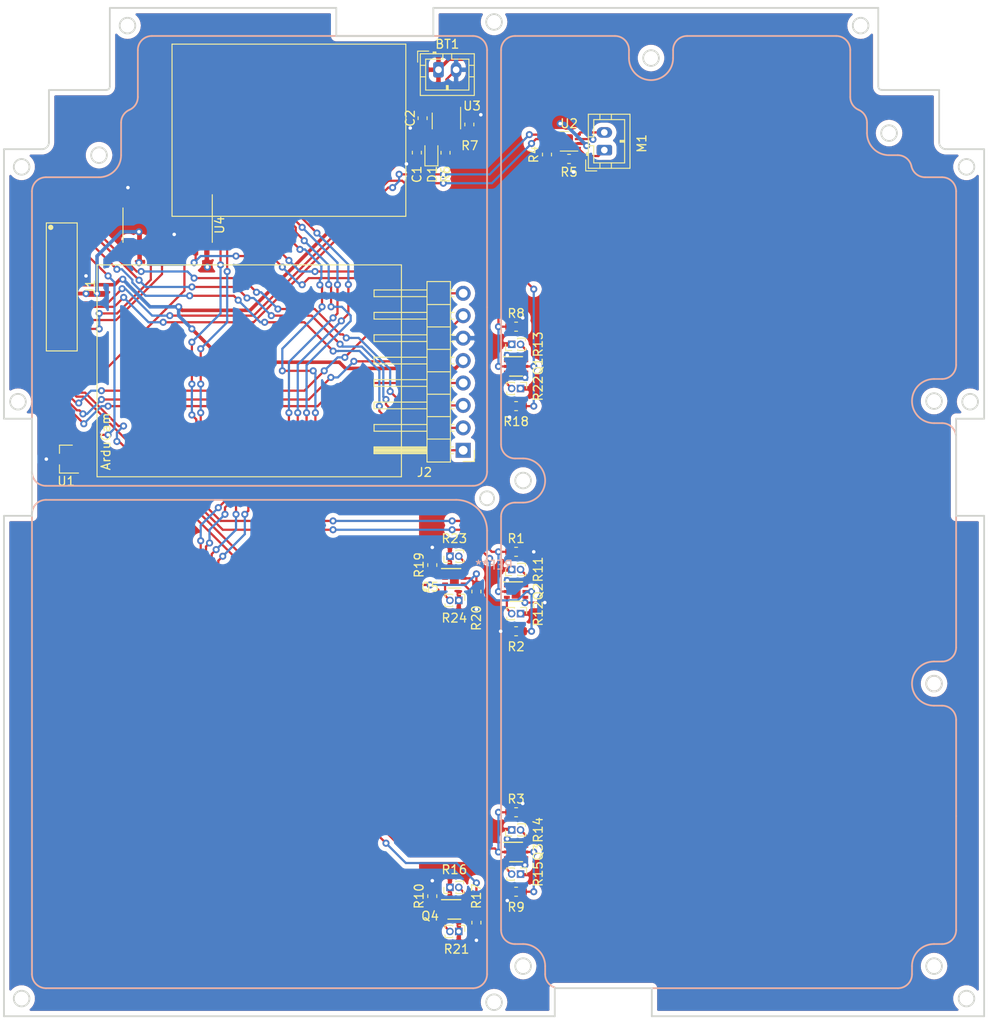
<source format=kicad_pcb>
(kicad_pcb (version 20171130) (host pcbnew "(5.1.2)-2")
  (layers (0 F.Cu signal) (31 B.Cu signal) (34 B.Paste user) (35 F.Paste user) (36 B.SilkS user) (37 F.SilkS user) (38 B.Mask user) (39 F.Mask user) (44 Edge.Cuts user))
  (net 0 "")
  (net 1 GND)
  (net 2 +5V)
  (net 3 "Net-(D1-Pad1)")
  (net 4 /MOSI)
  (net 5 /CS_IMG)
  (net 6 /TEMP)
  (net 7 /MISO)
  (net 8 /SDA)
  (net 9 /SCL)
  (net 10 /BP1)
  (net 11 /BP2)
  (net 12 /SER)
  (net 13 /SRCLK)
  (net 14 /RCLK)
  (net 15 /IN1)
  (net 16 /IN2)
  (net 17 +3V3)
  (net 18 /SCK)
  (net 19 "Net-(M1-Pad2)")
  (net 20 "Net-(M1-Pad1)")
  (net 21 /BL5)
  (net 22 "Net-(Q1-Pad3)")
  (net 23 "Net-(Q1-Pad6)")
  (net 24 /BL1)
  (net 25 "Net-(Q2-Pad3)")
  (net 26 /BL2)
  (net 27 "Net-(Q2-Pad6)")
  (net 28 "Net-(Q3-Pad3)")
  (net 29 "Net-(Q3-Pad6)")
  (net 30 "Net-(Q4-Pad6)")
  (net 31 /BL6)
  (net 32 "Net-(Q4-Pad3)")
  (net 33 "Net-(Q5-Pad6)")
  (net 34 "Net-(Q5-Pad3)")
  (net 35 "Net-(R4-Pad1)")
  (net 36 "Net-(R4-Pad2)")
  (net 37 "Net-(R6-Pad2)")
  (net 38 "Net-(R7-Pad2)")
  (net 39 +BATT)
  (net 40 /BL3)
  (net 41 /BL4)
  (net 42 /BL7)
  (net 43 /BL8)
  (net 44 "Net-(U4-Pad9)")
  (net 45 "Net-(J1-Pad18)")
  (net 46 "Net-(J1-Pad19)")
  (net 47 "Net-(J1-Pad20)")
  (module Custom:Outline (layer B.Cu) (at 0 0)
    (fp_text reference REF** (at 0 -2) (layer B.SilkS) (effects (justify mirror)))
    (fp_text value Outline)
    (fp_circle (center 49.875 -20.575) (end 50.764 -20.575) (layer Edge.Cuts) (width 0.2))
    (fp_circle (center 53.9625 -20.5) (end 54.8515 -20.5) (layer Edge.Cuts) (width 0.2))
    (fp_circle (center 3.29375 -11.575) (end 4.18275 -11.575) (layer Edge.Cuts) (width 0.2))
    (fp_circle (center -0.793749 -9.564731) (end 0 -9.564731) (layer Edge.Cuts) (width 0.2))
    (fp_circle (center 3.29375 43.425) (end 4.18275 43.425) (layer Edge.Cuts) (width 0.2))
    (fp_circle (center -53.9625 -20.5) (end -53.073499 -20.5) (layer Edge.Cuts) (width 0.2))
    (fp_circle (center -53.55 -47.1) (end -52.660999 -47.1) (layer Edge.Cuts) (width 0.2))
    (fp_circle (center -44.775 -48.425) (end -43.886 -48.425) (layer Edge.Cuts) (width 0.2))
    (fp_circle (center -53.55 47.1) (end -52.660999 47.1) (layer Edge.Cuts) (width 0.2))
    (fp_circle (center 0 47.5125) (end 0.888999 47.5125) (layer Edge.Cuts) (width 0.2))
    (fp_circle (center 53.55 47.1) (end 54.439 47.1) (layer Edge.Cuts) (width 0.2))
    (fp_circle (center 49.875 43.425) (end 50.764 43.425) (layer Edge.Cuts) (width 0.2))
    (fp_circle (center 49.875 11.425) (end 50.764 11.425) (layer Edge.Cuts) (width 0.2))
    (fp_circle (center -41.55 -63.1) (end -40.660999 -63.1) (layer Edge.Cuts) (width 0.2))
    (fp_circle (center 0 -63.5125) (end 0.889 -63.5125) (layer Edge.Cuts) (width 0.2))
    (fp_circle (center 17.79375 -59.425) (end 18.68275 -59.425) (layer Edge.Cuts) (width 0.2))
    (fp_circle (center 41.55 -63.1) (end 42.439 -63.1) (layer Edge.Cuts) (width 0.2))
    (fp_circle (center 44.775 -50.925) (end 45.664 -50.925) (layer Edge.Cuts) (width 0.2))
    (fp_circle (center 53.55 -47.1) (end 54.439 -47.1) (layer Edge.Cuts) (width 0.2))
    (fp_line (start -52.375 -18.575) (end -52.375 -7.575) (layer Edge.Cuts) (width 0.2))
    (fp_line (start -52.375 -18.575) (end -55.55 -18.575) (layer Edge.Cuts) (width 0.2))
    (fp_line (start -55.55 -49.1) (end -55.55 -18.575) (layer Edge.Cuts) (width 0.2))
    (fp_line (start -55.55 -49.1) (end -51.24375 -49.1) (layer Edge.Cuts) (width 0.2))
    (fp_arc (start -51.24375 -49.893749) (end -50.45 -49.893749) (angle 90) (layer Edge.Cuts) (width 0.2))
    (fp_line (start -50.45 -49.89375) (end -50.45 -55.80625) (layer Edge.Cuts) (width 0.2))
    (fp_line (start -50.45 -55.80625) (end -43.946875 -55.80625) (layer Edge.Cuts) (width 0.2))
    (fp_arc (start -43.946875 -56.203124) (end -43.55 -56.203124) (angle 90) (layer Edge.Cuts) (width 0.2))
    (fp_line (start -43.55 -56.203125) (end -43.55 -65.1) (layer Edge.Cuts) (width 0.2))
    (fp_line (start -17.88125 -65.1) (end -43.55 -65.1) (layer Edge.Cuts) (width 0.2))
    (fp_line (start -17.88125 -65.1) (end -17.88125 -61.925) (layer Edge.Cuts) (width 0.2))
    (fp_line (start -17.88125 -61.925) (end -6.88125 -61.925) (layer Edge.Cuts) (width 0.2))
    (fp_line (start -6.88125 -65.1) (end -6.88125 -61.925) (layer Edge.Cuts) (width 0.2))
    (fp_line (start 43.55 -65.1) (end -6.88125 -65.1) (layer Edge.Cuts) (width 0.2))
    (fp_line (start 43.55 -56.203125) (end 43.55 -65.1) (layer Edge.Cuts) (width 0.2))
    (fp_arc (start 43.946875 -56.203125) (end 43.946875 -55.80625) (angle 90) (layer Edge.Cuts) (width 0.2))
    (fp_line (start 43.946875 -55.80625) (end 50.45 -55.80625) (layer Edge.Cuts) (width 0.2))
    (fp_line (start 50.45 -49.89375) (end 50.45 -55.80625) (layer Edge.Cuts) (width 0.2))
    (fp_arc (start 51.24375 -49.89375) (end 51.24375 -49.1) (angle 90) (layer Edge.Cuts) (width 0.2))
    (fp_line (start 51.24375 -49.099999) (end 55.55 -49.099999) (layer Edge.Cuts) (width 0.2))
    (fp_line (start 55.55 -18.575) (end 55.55 -49.099999) (layer Edge.Cuts) (width 0.2))
    (fp_line (start 55.55 -18.575) (end 52.375 -18.575) (layer Edge.Cuts) (width 0.2))
    (fp_line (start 52.375 -18.575) (end 52.375 -7.575) (layer Edge.Cuts) (width 0.2))
    (fp_line (start 55.55 -7.575) (end 52.375 -7.575) (layer Edge.Cuts) (width 0.2))
    (fp_line (start 55.55 49.099999) (end 55.55 -7.575) (layer Edge.Cuts) (width 0.2))
    (fp_line (start 17.88125 49.1) (end 55.55 49.099999) (layer Edge.Cuts) (width 0.2))
    (fp_line (start 17.88125 49.1) (end 17.88125 45.924999) (layer Edge.Cuts) (width 0.2))
    (fp_line (start 6.88125 45.924999) (end 17.88125 45.924999) (layer Edge.Cuts) (width 0.2))
    (fp_line (start 6.88125 49.1) (end 6.88125 45.924999) (layer Edge.Cuts) (width 0.2))
    (fp_line (start -55.55 49.099999) (end 6.88125 49.1) (layer Edge.Cuts) (width 0.2))
    (fp_line (start -55.55 -7.575) (end -55.55 49.099999) (layer Edge.Cuts) (width 0.2))
    (fp_line (start -52.375 -7.575) (end -55.55 -7.575) (layer Edge.Cuts) (width 0.2))
  )
  (module Connector_JST:JST_PH_B2B-PH-K_1x02_P2.00mm_Vertical (layer F.Cu) (at -6.3 -58.1)
    (fp_text reference BT1 (at 1 -2.9) (layer F.SilkS))
    (fp_text value Battery_Cell)
    (pad 1 thru_hole roundrect (at 0 0) (size 1.2 1.75) (drill 0.75) (layers *.Cu *.Mask) (roundrect_rratio 0.208333) (net 39 +BATT))
    (pad 2 thru_hole oval (at 2 0) (size 1.2 1.75) (drill 0.75) (layers *.Cu *.Mask) (net 1 GND))
  )
  (module Capacitor_SMD:C_0603_1608Metric (layer F.Cu) (at -8.75 -48.7125 270)
    (fp_text reference C1 (at 2.4625 0 90) (layer F.SilkS))
    (fp_text value 4.7uF)
    (pad 1 smd roundrect (at -0.7875 0 270) (size 0.875 0.95) (layers F.Cu F.Paste F.Mask) (net 2 +5V))
    (pad 2 smd roundrect (at 0.7875 0 270) (size 0.875 0.95) (layers F.Cu F.Paste F.Mask) (net 1 GND))
  )
  (module Capacitor_SMD:C_0603_1608Metric (layer F.Cu) (at -8.1 -52.6125 270)
    (fp_text reference C2 (at 0 1.4 90) (layer F.SilkS))
    (fp_text value 4.7uF)
    (pad 2 smd roundrect (at 0.7875 0 270) (size 0.875 0.95) (layers F.Cu F.Paste F.Mask) (net 1 GND))
    (pad 1 smd roundrect (at -0.7875 0 270) (size 0.875 0.95) (layers F.Cu F.Paste F.Mask) (net 39 +BATT))
  )
  (module LED_SMD:LED_0603_1608Metric (layer F.Cu) (at -7.1 -48.7 90)
    (fp_text reference D1 (at -2.45 0.1 90) (layer F.SilkS))
    (fp_text value LED)
    (pad 1 smd roundrect (at -0.7875 0 90) (size 0.875 0.95) (layers F.Cu F.Paste F.Mask) (net 3 "Net-(D1-Pad1)"))
    (pad 2 smd roundrect (at 0.7875 0 90) (size 0.875 0.95) (layers F.Cu F.Paste F.Mask) (net 2 +5V))
  )
  (module Connector_JST:JST_PH_B2B-PH-K_1x02_P2.00mm_Vertical (layer F.Cu) (at 12.5 -49 90)
    (fp_text reference M1 (at 0.75 4.25 90) (layer F.SilkS))
    (fp_text value Motor_DC)
    (pad 2 thru_hole oval (at 2 0 90) (size 1.2 1.75) (drill 0.75) (layers *.Cu *.Mask) (net 19 "Net-(M1-Pad2)"))
    (pad 1 thru_hole roundrect (at 0 0 90) (size 1.2 1.75) (drill 0.75) (layers *.Cu *.Mask) (roundrect_rratio 0.208333) (net 20 "Net-(M1-Pad1)"))
  )
  (module Package_DFN_QFN:DFN-6-1EP_2x2mm_P0.65mm_EP1x1.6mm (layer F.Cu) (at 2.5 -24.5)
    (fp_text reference Q1 (at 2.5 0 90) (layer F.SilkS))
    (fp_text value SSM6N58NU)
    (pad 1 smd rect (at -1.05 -0.65) (size 0.65 0.35) (layers F.Cu F.Paste F.Mask) (net 1 GND))
    (pad 2 smd rect (at -1.05 0) (size 0.65 0.35) (layers F.Cu F.Paste F.Mask) (net 24 /BL1))
    (pad 3 smd rect (at -1.05 0.65) (size 0.65 0.35) (layers F.Cu F.Paste F.Mask) (net 22 "Net-(Q1-Pad3)"))
    (pad 4 smd rect (at 1.05 0.65) (size 0.65 0.35) (layers F.Cu F.Paste F.Mask) (net 1 GND))
    (pad 5 smd rect (at 1.05 0) (size 0.65 0.35) (layers F.Cu F.Paste F.Mask) (net 26 /BL2))
    (pad 6 smd rect (at 1.05 -0.65) (size 0.65 0.35) (layers F.Cu F.Paste F.Mask) (net 23 "Net-(Q1-Pad6)"))
    (pad 7 smd rect (at 0 0) (size 1 1.6) (layers F.Cu F.Mask))
  )
  (module Package_DFN_QFN:DFN-6-1EP_2x2mm_P0.65mm_EP1x1.6mm (layer F.Cu) (at 2.5 1)
    (fp_text reference Q2 (at 2.5 0 90) (layer F.SilkS))
    (fp_text value SSM6N58NU)
    (pad 1 smd rect (at -1.05 -0.65) (size 0.65 0.35) (layers F.Cu F.Paste F.Mask) (net 1 GND))
    (pad 2 smd rect (at -1.05 0) (size 0.65 0.35) (layers F.Cu F.Paste F.Mask) (net 40 /BL3))
    (pad 3 smd rect (at -1.05 0.65) (size 0.65 0.35) (layers F.Cu F.Paste F.Mask) (net 25 "Net-(Q2-Pad3)"))
    (pad 4 smd rect (at 1.05 0.65) (size 0.65 0.35) (layers F.Cu F.Paste F.Mask) (net 1 GND))
    (pad 5 smd rect (at 1.05 0) (size 0.65 0.35) (layers F.Cu F.Paste F.Mask) (net 41 /BL4))
    (pad 6 smd rect (at 1.05 -0.65) (size 0.65 0.35) (layers F.Cu F.Paste F.Mask) (net 27 "Net-(Q2-Pad6)"))
    (pad 7 smd rect (at 0 0) (size 1 1.6) (layers F.Cu F.Mask))
  )
  (module Package_DFN_QFN:DFN-6-1EP_2x2mm_P0.65mm_EP1x1.6mm (layer F.Cu) (at 2.5 30.5)
    (fp_text reference Q3 (at 2.5 0 90) (layer F.SilkS))
    (fp_text value SSM6N58NU)
    (pad 1 smd rect (at -1.05 -0.65) (size 0.65 0.35) (layers F.Cu F.Paste F.Mask) (net 1 GND))
    (pad 2 smd rect (at -1.05 0) (size 0.65 0.35) (layers F.Cu F.Paste F.Mask) (net 21 /BL5))
    (pad 3 smd rect (at -1.05 0.65) (size 0.65 0.35) (layers F.Cu F.Paste F.Mask) (net 28 "Net-(Q3-Pad3)"))
    (pad 4 smd rect (at 1.05 0.65) (size 0.65 0.35) (layers F.Cu F.Paste F.Mask) (net 1 GND))
    (pad 5 smd rect (at 1.05 0) (size 0.65 0.35) (layers F.Cu F.Paste F.Mask) (net 31 /BL6))
    (pad 6 smd rect (at 1.05 -0.65) (size 0.65 0.35) (layers F.Cu F.Paste F.Mask) (net 29 "Net-(Q3-Pad6)"))
    (pad 7 smd rect (at 0 0) (size 1 1.6) (layers F.Cu F.Mask))
  )
  (module Package_DFN_QFN:DFN-6-1EP_2x2mm_P0.65mm_EP1x1.6mm (layer F.Cu) (at -4.5 37)
    (fp_text reference Q4 (at -2.75 0.75) (layer F.SilkS))
    (fp_text value SSM6N58NU)
    (pad 7 smd rect (at 0 0) (size 1 1.6) (layers F.Cu F.Mask))
    (pad 6 smd rect (at 1.05 -0.65) (size 0.65 0.35) (layers F.Cu F.Paste F.Mask) (net 30 "Net-(Q4-Pad6)"))
    (pad 5 smd rect (at 1.05 0) (size 0.65 0.35) (layers F.Cu F.Paste F.Mask) (net 43 /BL8))
    (pad 4 smd rect (at 1.05 0.65) (size 0.65 0.35) (layers F.Cu F.Paste F.Mask) (net 1 GND))
    (pad 3 smd rect (at -1.05 0.65) (size 0.65 0.35) (layers F.Cu F.Paste F.Mask) (net 32 "Net-(Q4-Pad3)"))
    (pad 2 smd rect (at -1.05 0) (size 0.65 0.35) (layers F.Cu F.Paste F.Mask) (net 42 /BL7))
    (pad 1 smd rect (at -1.05 -0.65) (size 0.65 0.35) (layers F.Cu F.Paste F.Mask) (net 1 GND))
  )
  (module Package_DFN_QFN:DFN-6-1EP_2x2mm_P0.65mm_EP1x1.6mm (layer F.Cu) (at -4.5 -0.5)
    (fp_text reference Q5 (at -2.75 1) (layer F.SilkS))
    (fp_text value SSM6N58NU)
    (pad 7 smd rect (at 0 0) (size 1 1.6) (layers F.Cu F.Mask))
    (pad 6 smd rect (at 1.05 -0.65) (size 0.65 0.35) (layers F.Cu F.Paste F.Mask) (net 33 "Net-(Q5-Pad6)"))
    (pad 5 smd rect (at 1.05 0) (size 0.65 0.35) (layers F.Cu F.Paste F.Mask) (net 11 /BP2))
    (pad 4 smd rect (at 1.05 0.65) (size 0.65 0.35) (layers F.Cu F.Paste F.Mask) (net 1 GND))
    (pad 3 smd rect (at -1.05 0.65) (size 0.65 0.35) (layers F.Cu F.Paste F.Mask) (net 34 "Net-(Q5-Pad3)"))
    (pad 2 smd rect (at -1.05 0) (size 0.65 0.35) (layers F.Cu F.Paste F.Mask) (net 10 /BP1))
    (pad 1 smd rect (at -1.05 -0.65) (size 0.65 0.35) (layers F.Cu F.Paste F.Mask) (net 1 GND))
  )
  (module Resistor_SMD:R_0603_1608Metric (layer F.Cu) (at 2.5 -3.5 180)
    (fp_text reference R1 (at 0 1.5) (layer F.SilkS))
    (fp_text value 10k)
    (pad 2 smd roundrect (at 0.7875 0 180) (size 0.875 0.95) (layers F.Cu F.Paste F.Mask) (net 40 /BL3))
    (pad 1 smd roundrect (at -0.7875 0 180) (size 0.875 0.95) (layers F.Cu F.Paste F.Mask) (net 1 GND))
  )
  (module Resistor_SMD:R_0603_1608Metric (layer F.Cu) (at 2.5 5.5)
    (fp_text reference R2 (at 0 1.75) (layer F.SilkS))
    (fp_text value 10k)
    (pad 2 smd roundrect (at 0.7875 0) (size 0.875 0.95) (layers F.Cu F.Paste F.Mask) (net 41 /BL4))
    (pad 1 smd roundrect (at -0.7875 0) (size 0.875 0.95) (layers F.Cu F.Paste F.Mask) (net 1 GND))
  )
  (module Resistor_SMD:R_0603_1608Metric (layer F.Cu) (at 2.5 26 180)
    (fp_text reference R3 (at 0 1.5) (layer F.SilkS))
    (fp_text value 10k)
    (pad 2 smd roundrect (at 0.7875 0 180) (size 0.875 0.95) (layers F.Cu F.Paste F.Mask) (net 21 /BL5))
    (pad 1 smd roundrect (at -0.7875 0 180) (size 0.875 0.95) (layers F.Cu F.Paste F.Mask) (net 1 GND))
  )
  (module Resistor_SMD:R_0603_1608Metric (layer F.Cu) (at 6 -48.5 270)
    (fp_text reference R4 (at 0 1.5 90) (layer F.SilkS))
    (fp_text value 18k)
    (pad 1 smd roundrect (at -0.7875 0 270) (size 0.875 0.95) (layers F.Cu F.Paste F.Mask) (net 35 "Net-(R4-Pad1)"))
    (pad 2 smd roundrect (at 0.7875 0 270) (size 0.875 0.95) (layers F.Cu F.Paste F.Mask) (net 36 "Net-(R4-Pad2)"))
  )
  (module Resistor_SMD:R_0603_1608Metric (layer F.Cu) (at 8.5 -48)
    (fp_text reference R5 (at 0 1.5) (layer F.SilkS))
    (fp_text value 10k)
    (pad 2 smd roundrect (at 0.7875 0) (size 0.875 0.95) (layers F.Cu F.Paste F.Mask) (net 1 GND))
    (pad 1 smd roundrect (at -0.7875 0) (size 0.875 0.95) (layers F.Cu F.Paste F.Mask) (net 36 "Net-(R4-Pad2)"))
  )
  (module Resistor_SMD:R_0603_1608Metric (layer F.Cu) (at -5.5 -48.7 90)
    (fp_text reference R6 (at -2.45 0 90) (layer F.SilkS))
    (fp_text value 470R)
    (pad 1 smd roundrect (at -0.7875 0 90) (size 0.875 0.95) (layers F.Cu F.Paste F.Mask) (net 3 "Net-(D1-Pad1)"))
    (pad 2 smd roundrect (at 0.7875 0 90) (size 0.875 0.95) (layers F.Cu F.Paste F.Mask) (net 37 "Net-(R6-Pad2)"))
  )
  (module Resistor_SMD:R_0603_1608Metric (layer F.Cu) (at -2.8 -51.9 270)
    (fp_text reference R7 (at 2.4 -0.05 180) (layer F.SilkS))
    (fp_text value 20k)
    (pad 1 smd roundrect (at -0.7875 0 270) (size 0.875 0.95) (layers F.Cu F.Paste F.Mask) (net 1 GND))
    (pad 2 smd roundrect (at 0.7875 0 270) (size 0.875 0.95) (layers F.Cu F.Paste F.Mask) (net 38 "Net-(R7-Pad2)"))
  )
  (module Resistor_SMD:R_0603_1608Metric (layer F.Cu) (at 2.5 -29 180)
    (fp_text reference R8 (at 0 1.5) (layer F.SilkS))
    (fp_text value 10k)
    (pad 1 smd roundrect (at -0.7875 0 180) (size 0.875 0.95) (layers F.Cu F.Paste F.Mask) (net 1 GND))
    (pad 2 smd roundrect (at 0.7875 0 180) (size 0.875 0.95) (layers F.Cu F.Paste F.Mask) (net 24 /BL1))
  )
  (module Resistor_SMD:R_0603_1608Metric (layer F.Cu) (at 2.5 35)
    (fp_text reference R9 (at 0 1.75) (layer F.SilkS))
    (fp_text value 10k)
    (pad 2 smd roundrect (at 0.7875 0) (size 0.875 0.95) (layers F.Cu F.Paste F.Mask) (net 31 /BL6))
    (pad 1 smd roundrect (at -0.7875 0) (size 0.875 0.95) (layers F.Cu F.Paste F.Mask) (net 1 GND))
  )
  (module Resistor_SMD:R_0603_1608Metric (layer F.Cu) (at -7 35.5 270)
    (fp_text reference R10 (at 0 1.5 90) (layer F.SilkS))
    (fp_text value 10k)
    (pad 1 smd roundrect (at -0.7875 0 270) (size 0.875 0.95) (layers F.Cu F.Paste F.Mask) (net 1 GND))
    (pad 2 smd roundrect (at 0.7875 0 270) (size 0.875 0.95) (layers F.Cu F.Paste F.Mask) (net 42 /BL7))
  )
  (module Connector_PinHeader_1.00mm:PinHeader_1x02_P1.00mm_Vertical (layer F.Cu) (at 2 -1.5 90)
    (fp_text reference R11 (at 0 3 90) (layer F.SilkS))
    (fp_text value BURNWIRE)
    (pad 2 thru_hole oval (at 0 1 90) (size 0.85 0.85) (drill 0.5) (layers *.Cu *.Mask) (net 27 "Net-(Q2-Pad6)"))
    (pad 1 thru_hole rect (at 0 0 90) (size 0.85 0.85) (drill 0.5) (layers *.Cu *.Mask) (net 39 +BATT))
  )
  (module Connector_PinHeader_1.00mm:PinHeader_1x02_P1.00mm_Vertical (layer F.Cu) (at 3 3.5 270)
    (fp_text reference R12 (at 0 -2 90) (layer F.SilkS))
    (fp_text value BURNWIRE)
    (pad 2 thru_hole oval (at 0 1 270) (size 0.85 0.85) (drill 0.5) (layers *.Cu *.Mask) (net 25 "Net-(Q2-Pad3)"))
    (pad 1 thru_hole rect (at 0 0 270) (size 0.85 0.85) (drill 0.5) (layers *.Cu *.Mask) (net 39 +BATT))
  )
  (module Connector_PinHeader_1.00mm:PinHeader_1x02_P1.00mm_Vertical (layer F.Cu) (at 2 -27 90)
    (fp_text reference R13 (at 0 3 90) (layer F.SilkS))
    (fp_text value BURNWIRE)
    (pad 2 thru_hole oval (at 0 1 90) (size 0.85 0.85) (drill 0.5) (layers *.Cu *.Mask) (net 23 "Net-(Q1-Pad6)"))
    (pad 1 thru_hole rect (at 0 0 90) (size 0.85 0.85) (drill 0.5) (layers *.Cu *.Mask) (net 39 +BATT))
  )
  (module Connector_PinHeader_1.00mm:PinHeader_1x02_P1.00mm_Vertical (layer F.Cu) (at 2 28 90)
    (fp_text reference R14 (at 0 3 90) (layer F.SilkS))
    (fp_text value BURNWIRE)
    (pad 2 thru_hole oval (at 0 1 90) (size 0.85 0.85) (drill 0.5) (layers *.Cu *.Mask) (net 29 "Net-(Q3-Pad6)"))
    (pad 1 thru_hole rect (at 0 0 90) (size 0.85 0.85) (drill 0.5) (layers *.Cu *.Mask) (net 39 +BATT))
  )
  (module Connector_PinHeader_1.00mm:PinHeader_1x02_P1.00mm_Vertical (layer F.Cu) (at 3 33 270)
    (fp_text reference R15 (at 0 -2 90) (layer F.SilkS))
    (fp_text value BURNWIRE)
    (pad 1 thru_hole rect (at 0 0 270) (size 0.85 0.85) (drill 0.5) (layers *.Cu *.Mask) (net 39 +BATT))
    (pad 2 thru_hole oval (at 0 1 270) (size 0.85 0.85) (drill 0.5) (layers *.Cu *.Mask) (net 28 "Net-(Q3-Pad3)"))
  )
  (module Connector_PinHeader_1.00mm:PinHeader_1x02_P1.00mm_Vertical (layer F.Cu) (at -5 34.5 90)
    (fp_text reference R16 (at 2 0.5 180) (layer F.SilkS))
    (fp_text value BURNWIRE)
    (pad 1 thru_hole rect (at 0 0 90) (size 0.85 0.85) (drill 0.5) (layers *.Cu *.Mask) (net 39 +BATT))
    (pad 2 thru_hole oval (at 0 1 90) (size 0.85 0.85) (drill 0.5) (layers *.Cu *.Mask) (net 30 "Net-(Q4-Pad6)"))
  )
  (module Resistor_SMD:R_0603_1608Metric (layer F.Cu) (at -2 38.5 90)
    (fp_text reference R17 (at 3 0 90) (layer F.SilkS))
    (fp_text value 10k)
    (pad 1 smd roundrect (at -0.7875 0 90) (size 0.875 0.95) (layers F.Cu F.Paste F.Mask) (net 1 GND))
    (pad 2 smd roundrect (at 0.7875 0 90) (size 0.875 0.95) (layers F.Cu F.Paste F.Mask) (net 43 /BL8))
  )
  (module Resistor_SMD:R_0603_1608Metric (layer F.Cu) (at 2.5 -20)
    (fp_text reference R18 (at 0 1.75) (layer F.SilkS))
    (fp_text value 10k)
    (pad 2 smd roundrect (at 0.7875 0) (size 0.875 0.95) (layers F.Cu F.Paste F.Mask) (net 26 /BL2))
    (pad 1 smd roundrect (at -0.7875 0) (size 0.875 0.95) (layers F.Cu F.Paste F.Mask) (net 1 GND))
  )
  (module Resistor_SMD:R_0603_1608Metric (layer F.Cu) (at -7 -2 270)
    (fp_text reference R19 (at 0 1.5 90) (layer F.SilkS))
    (fp_text value 10k)
    (pad 2 smd roundrect (at 0.7875 0 270) (size 0.875 0.95) (layers F.Cu F.Paste F.Mask) (net 10 /BP1))
    (pad 1 smd roundrect (at -0.7875 0 270) (size 0.875 0.95) (layers F.Cu F.Paste F.Mask) (net 1 GND))
  )
  (module Resistor_SMD:R_0603_1608Metric (layer F.Cu) (at -2 1 90)
    (fp_text reference R20 (at -3 0 90) (layer F.SilkS))
    (fp_text value 10k)
    (pad 1 smd roundrect (at -0.7875 0 90) (size 0.875 0.95) (layers F.Cu F.Paste F.Mask) (net 1 GND))
    (pad 2 smd roundrect (at 0.7875 0 90) (size 0.875 0.95) (layers F.Cu F.Paste F.Mask) (net 11 /BP2))
  )
  (module Connector_PinHeader_1.00mm:PinHeader_1x02_P1.00mm_Vertical (layer F.Cu) (at -4 39.5 270)
    (fp_text reference R21 (at 2 0.25 180) (layer F.SilkS))
    (fp_text value BURNWIRE)
    (pad 2 thru_hole oval (at 0 1 270) (size 0.85 0.85) (drill 0.5) (layers *.Cu *.Mask) (net 32 "Net-(Q4-Pad3)"))
    (pad 1 thru_hole rect (at 0 0 270) (size 0.85 0.85) (drill 0.5) (layers *.Cu *.Mask) (net 39 +BATT))
  )
  (module Connector_PinHeader_1.00mm:PinHeader_1x02_P1.00mm_Vertical (layer F.Cu) (at 3 -22 270)
    (fp_text reference R22 (at 0 -2 90) (layer F.SilkS))
    (fp_text value BURNWIRE)
    (pad 1 thru_hole rect (at 0 0 270) (size 0.85 0.85) (drill 0.5) (layers *.Cu *.Mask) (net 39 +BATT))
    (pad 2 thru_hole oval (at 0 1 270) (size 0.85 0.85) (drill 0.5) (layers *.Cu *.Mask) (net 22 "Net-(Q1-Pad3)"))
  )
  (module Connector_PinHeader_1.00mm:PinHeader_1x02_P1.00mm_Vertical (layer F.Cu) (at -5 -3 90)
    (fp_text reference R23 (at 2 0.5 180) (layer F.SilkS))
    (fp_text value BURNWIRE)
    (pad 1 thru_hole rect (at 0 0 90) (size 0.85 0.85) (drill 0.5) (layers *.Cu *.Mask) (net 39 +BATT))
    (pad 2 thru_hole oval (at 0 1 90) (size 0.85 0.85) (drill 0.5) (layers *.Cu *.Mask) (net 33 "Net-(Q5-Pad6)"))
  )
  (module Connector_PinHeader_1.00mm:PinHeader_1x02_P1.00mm_Vertical (layer F.Cu) (at -4 2 270)
    (fp_text reference R24 (at 2 0.5 180) (layer F.SilkS))
    (fp_text value BURNWIRE)
    (pad 1 thru_hole rect (at 0 0 270) (size 0.85 0.85) (drill 0.5) (layers *.Cu *.Mask) (net 39 +BATT))
    (pad 2 thru_hole oval (at 0 1 270) (size 0.85 0.85) (drill 0.5) (layers *.Cu *.Mask) (net 34 "Net-(Q5-Pad3)"))
  )
  (module Package_TO_SOT_SMD:SOT-23 (layer F.Cu) (at -48.5 -14 180)
    (fp_text reference U1 (at 0 -2.5) (layer F.SilkS))
    (fp_text value MCP9701A)
    (pad 1 smd rect (at -1 -0.95 180) (size 0.9 0.8) (layers F.Cu F.Paste F.Mask) (net 17 +3V3))
    (pad 2 smd rect (at -1 0.95 180) (size 0.9 0.8) (layers F.Cu F.Paste F.Mask) (net 6 /TEMP))
    (pad 3 smd rect (at 1 0 180) (size 0.9 0.8) (layers F.Cu F.Paste F.Mask) (net 1 GND))
  )
  (module Custom:A3908 (layer F.Cu) (at 8.5 -50 270)
    (fp_text reference U2 (at -2 0 180) (layer F.SilkS))
    (fp_text value A3908)
    (pad ~ smd roundrect (at 0 0) (size 0.9 1.6) (layers F.Cu F.Mask))
    (pad 1 smd roundrect (at -0.75 -1) (size 0.7 0.25) (layers F.Cu F.Paste F.Mask) (net 19 "Net-(M1-Pad2)"))
    (pad 2 smd roundrect (at -0.25 -1) (size 0.7 0.25) (layers F.Cu F.Paste F.Mask) (net 1 GND))
    (pad 3 smd roundrect (at 0.25 -1) (size 0.7 0.25) (layers F.Cu F.Paste F.Mask) (net 39 +BATT))
    (pad 4 smd roundrect (at 0.75 -1) (size 0.7 0.25) (layers F.Cu F.Paste F.Mask) (net 20 "Net-(M1-Pad1)"))
    (pad 5 smd roundrect (at 0.75 1) (size 0.7 0.25) (layers F.Cu F.Paste F.Mask) (net 36 "Net-(R4-Pad2)"))
    (pad 6 smd roundrect (at 0.25 1) (size 0.7 0.25) (layers F.Cu F.Paste F.Mask) (net 35 "Net-(R4-Pad1)"))
    (pad 7 smd roundrect (at -0.25 1) (size 0.7 0.25) (layers F.Cu F.Paste F.Mask) (net 16 /IN2))
    (pad 8 smd roundrect (at -0.75 1) (size 0.7 0.25) (layers F.Cu F.Paste F.Mask) (net 15 /IN1))
  )
  (module Package_TO_SOT_SMD:SOT-23-5 (layer F.Cu) (at -5.4 -52.3 270)
    (fp_text reference U3 (at -1.7 -2.9 180) (layer F.SilkS))
    (fp_text value MCP73831-DFN)
    (pad 1 smd rect (at -1.1 -0.95 270) (size 1.06 0.65) (layers F.Cu F.Paste F.Mask) (net 37 "Net-(R6-Pad2)"))
    (pad 2 smd rect (at -1.1 0 270) (size 1.06 0.65) (layers F.Cu F.Paste F.Mask) (net 1 GND))
    (pad 3 smd rect (at -1.1 0.95 270) (size 1.06 0.65) (layers F.Cu F.Paste F.Mask) (net 39 +BATT))
    (pad 4 smd rect (at 1.1 0.95 270) (size 1.06 0.65) (layers F.Cu F.Paste F.Mask) (net 2 +5V))
    (pad 5 smd rect (at 1.1 -0.95 270) (size 1.06 0.65) (layers F.Cu F.Paste F.Mask) (net 38 "Net-(R7-Pad2)"))
  )
  (module Package_SO:SOIC-16_3.9x9.9mm_P1.27mm (layer F.Cu) (at -37 -40.5 270)
    (fp_text reference U4 (at 0 -5.9 90) (layer F.SilkS))
    (fp_text value 74HC595)
    (pad 1 smd roundrect (at -2.475 -4.445 270) (size 1.95 0.6) (layers F.Cu F.Paste F.Mask) (net 26 /BL2))
    (pad 2 smd roundrect (at -2.475 -3.175 270) (size 1.95 0.6) (layers F.Cu F.Paste F.Mask) (net 40 /BL3))
    (pad 3 smd roundrect (at -2.475 -1.905 270) (size 1.95 0.6) (layers F.Cu F.Paste F.Mask) (net 41 /BL4))
    (pad 4 smd roundrect (at -2.475 -0.635 270) (size 1.95 0.6) (layers F.Cu F.Paste F.Mask) (net 21 /BL5))
    (pad 5 smd roundrect (at -2.475 0.635 270) (size 1.95 0.6) (layers F.Cu F.Paste F.Mask) (net 31 /BL6))
    (pad 6 smd roundrect (at -2.475 1.905 270) (size 1.95 0.6) (layers F.Cu F.Paste F.Mask) (net 42 /BL7))
    (pad 7 smd roundrect (at -2.475 3.175 270) (size 1.95 0.6) (layers F.Cu F.Paste F.Mask) (net 43 /BL8))
    (pad 8 smd roundrect (at -2.475 4.445 270) (size 1.95 0.6) (layers F.Cu F.Paste F.Mask) (net 1 GND))
    (pad 9 smd roundrect (at 2.475 4.445 270) (size 1.95 0.6) (layers F.Cu F.Paste F.Mask) (net 44 "Net-(U4-Pad9)"))
    (pad 10 smd roundrect (at 2.475 3.175 270) (size 1.95 0.6) (layers F.Cu F.Paste F.Mask) (net 17 +3V3))
    (pad 11 smd roundrect (at 2.475 1.905 270) (size 1.95 0.6) (layers F.Cu F.Paste F.Mask) (net 13 /SRCLK))
    (pad 12 smd roundrect (at 2.475 0.635 270) (size 1.95 0.6) (layers F.Cu F.Paste F.Mask) (net 14 /RCLK))
    (pad 13 smd roundrect (at 2.475 -0.635 270) (size 1.95 0.6) (layers F.Cu F.Paste F.Mask) (net 1 GND))
    (pad 14 smd roundrect (at 2.475 -1.905 270) (size 1.95 0.6) (layers F.Cu F.Paste F.Mask) (net 12 /SER))
    (pad 15 smd roundrect (at 2.475 -3.175 270) (size 1.95 0.6) (layers F.Cu F.Paste F.Mask) (net 24 /BL1))
    (pad 16 smd roundrect (at 2.475 -4.445 270) (size 1.95 0.6) (layers F.Cu F.Paste F.Mask) (net 17 +3V3))
  )
  (module Connector_PinHeader_2.54mm:PinHeader_1x08_P2.54mm_Horizontal (layer F.Cu) (at -3.5 -15 180)
    (fp_text reference J2 (at 4.385 -2.5) (layer F.SilkS))
    (fp_text value Conn_01x08_Female)
    (pad 1 thru_hole rect (at 0 0 180) (size 1.7 1.7) (drill 1) (layers *.Cu *.Mask) (net 5 /CS_IMG))
    (pad 2 thru_hole oval (at 0 2.54 180) (size 1.7 1.7) (drill 1) (layers *.Cu *.Mask) (net 4 /MOSI))
    (pad 3 thru_hole oval (at 0 5.08 180) (size 1.7 1.7) (drill 1) (layers *.Cu *.Mask) (net 7 /MISO))
    (pad 4 thru_hole oval (at 0 7.62 180) (size 1.7 1.7) (drill 1) (layers *.Cu *.Mask) (net 18 /SCK))
    (pad 5 thru_hole oval (at 0 10.16 180) (size 1.7 1.7) (drill 1) (layers *.Cu *.Mask) (net 2 +5V))
    (pad 6 thru_hole oval (at 0 12.7 180) (size 1.7 1.7) (drill 1) (layers *.Cu *.Mask) (net 1 GND))
    (pad 7 thru_hole oval (at 0 15.24 180) (size 1.7 1.7) (drill 1) (layers *.Cu *.Mask) (net 8 /SDA))
    (pad 8 thru_hole oval (at 0 17.78 180) (size 1.7 1.7) (drill 1) (layers *.Cu *.Mask) (net 9 /SCL))
  )
  (module Custom:62674-201121ALF (layer F.Cu) (at -49 -33.5 90)
    (fp_text reference J1 (at 0 3.25 90) (layer F.SilkS))
    (fp_text value Conn_01x20)
    (pad 1 smd rect (at 4.75 -1.2 90) (size 0.4 1.6) (layers F.Cu F.Paste F.Mask) (net 6 /TEMP))
    (pad 2 smd rect (at 3.75 -1.2 90) (size 0.4 1.6) (layers F.Cu F.Paste F.Mask) (net 5 /CS_IMG))
    (pad 3 smd rect (at 2.75 -1.2 90) (size 0.4 1.6) (layers F.Cu F.Paste F.Mask) (net 4 /MOSI))
    (pad 4 smd rect (at 1.75 -1.2 90) (size 0.4 1.6) (layers F.Cu F.Paste F.Mask) (net 7 /MISO))
    (pad 5 smd rect (at 0.75 -1.2 90) (size 0.4 1.6) (layers F.Cu F.Paste F.Mask) (net 18 /SCK))
    (pad 6 smd rect (at -0.25 -1.2 90) (size 0.4 1.6) (layers F.Cu F.Paste F.Mask) (net 8 /SDA))
    (pad 7 smd rect (at -1.25 -1.2 90) (size 0.4 1.6) (layers F.Cu F.Paste F.Mask) (net 9 /SCL))
    (pad 8 smd rect (at -2.25 -1.2 90) (size 0.4 1.6) (layers F.Cu F.Paste F.Mask) (net 10 /BP1))
    (pad 9 smd rect (at -3.25 -1.2 90) (size 0.4 1.6) (layers F.Cu F.Paste F.Mask) (net 11 /BP2))
    (pad 10 smd rect (at -4.25 -1.2 90) (size 0.4 1.6) (layers F.Cu F.Paste F.Mask) (net 12 /SER))
    (pad 11 smd rect (at -4.75 1.3 90) (size 0.4 1.6) (layers F.Cu F.Paste F.Mask) (net 13 /SRCLK))
    (pad 12 smd rect (at -3.75 1.3 90) (size 0.4 1.6) (layers F.Cu F.Paste F.Mask) (net 14 /RCLK))
    (pad 13 smd rect (at -2.75 1.3 90) (size 0.4 1.6) (layers F.Cu F.Paste F.Mask) (net 15 /IN1))
    (pad 14 smd rect (at -1.75 1.3 90) (size 0.4 1.6) (layers F.Cu F.Paste F.Mask) (net 16 /IN2))
    (pad 15 smd rect (at -0.75 1.3 90) (size 0.4 1.6) (layers F.Cu F.Paste F.Mask) (net 17 +3V3))
    (pad 16 smd rect (at 0.25 1.3 90) (size 0.4 1.6) (layers F.Cu F.Paste F.Mask) (net 2 +5V))
    (pad 17 smd rect (at 1.25 1.3 90) (size 0.4 1.6) (layers F.Cu F.Paste F.Mask) (net 1 GND))
    (pad 18 smd rect (at 2.25 1.3 90) (size 0.4 1.6) (layers F.Cu F.Paste F.Mask) (net 45 "Net-(J1-Pad18)"))
    (pad 19 smd rect (at 3.25 1.3 90) (size 0.4 1.6) (layers F.Cu F.Paste F.Mask) (net 46 "Net-(J1-Pad19)"))
    (pad 20 smd rect (at 4.25 1.3 90) (size 0.4 1.6) (layers F.Cu F.Paste F.Mask) (net 47 "Net-(J1-Pad20)"))
    (pad ~ smd rect (at 5.75 -1.2 90) (size 0.6 1.6) (layers F.Cu F.Paste F.Mask))
    (pad ~ smd rect (at 5.75 1.2 90) (size 0.6 1.6) (layers F.Cu F.Paste F.Mask))
    (pad ~ smd rect (at -5.75 1.2 90) (size 0.6 1.6) (layers F.Cu F.Paste F.Mask))
    (pad ~ smd rect (at -5.75 -1.2 90) (size 0.6 1.6) (layers F.Cu F.Paste F.Mask))
  )
  (gr_line (start -10 -41.5) (end -36.5 -41.5) (layer F.SilkS) (width 0.12))
  (gr_line (start -10 -61) (end -10 -41.5) (layer F.SilkS) (width 0.12))
  (gr_line (start -36.5 -61) (end -10 -61) (layer F.SilkS) (width 0.12))
  (gr_line (start -36.5 -41.5) (end -36.5 -61) (layer F.SilkS) (width 0.12))
  (gr_text ArduCam (at -44 -16 90) (layer F.SilkS) (effects (font (size 1 1))))
  (gr_line (start -45 -12) (end -10.5 -12) (layer F.SilkS) (width 0.12))
  (gr_line (start -45 -36) (end -45 -12) (layer F.SilkS) (width 0.12))
  (gr_line (start -10.5 -36) (end -45 -36) (layer F.SilkS) (width 0.12))
  (gr_line (start -10.5 -12) (end -10.5 -36) (layer F.SilkS) (width 0.12))
  (segment (start -5.4 -57) (end -4.3 -58.1) (width 0.25) (layer F.Cu) (net 1))
  (segment (start -5.4 -53.4) (end -5.4 -57) (width 0.25) (layer F.Cu) (net 1))
  (via (at -9.5 -51.5) (size 0.8) (drill 0.4) (layers F.Cu B.Cu) (net 1))
  (segment (start -8.1 -51.825) (end -9.175 -51.825) (width 0.25) (layer F.Cu) (net 1))
  (segment (start -9.175 -51.825) (end -9.5 -51.5) (width 0.25) (layer F.Cu) (net 1))
  (via (at -1.5 -53) (size 0.8) (drill 0.4) (layers F.Cu B.Cu) (net 1))
  (segment (start -2.8 -52.6875) (end -1.8125 -52.6875) (width 0.25) (layer F.Cu) (net 1))
  (segment (start -1.8125 -52.6875) (end -1.5 -53) (width 0.25) (layer F.Cu) (net 1))
  (via (at 11.207115 -50.207115) (size 0.8) (drill 0.4) (layers F.Cu B.Cu) (net 1))
  (segment (start 9.5 -50.25) (end 11.16423 -50.25) (width 0.25) (layer F.Cu) (net 1))
  (segment (start 11.16423 -50.25) (end 11.207115 -50.207115) (width 0.25) (layer F.Cu) (net 1))
  (via (at 9 -46.5) (size 0.8) (drill 0.4) (layers F.Cu B.Cu) (net 1))
  (segment (start 9.2875 -48) (end 9.2875 -46.7875) (width 0.25) (layer F.Cu) (net 1))
  (segment (start 9.2875 -46.7875) (end 9 -46.5) (width 0.25) (layer F.Cu) (net 1))
  (via (at 1.497397 29.019962) (size 0.8) (drill 0.4) (layers F.Cu B.Cu) (net 1))
  (segment (start 1.45 29.85) (end 1.45 29.067359) (width 0.25) (layer F.Cu) (net 1))
  (segment (start 1.45 29.067359) (end 1.497397 29.019962) (width 0.25) (layer F.Cu) (net 1))
  (via (at 3.502603 31.980038) (size 0.8) (drill 0.4) (layers F.Cu B.Cu) (net 1))
  (segment (start 3.55 31.15) (end 3.55 31.932641) (width 0.25) (layer F.Cu) (net 1))
  (segment (start 3.55 31.932641) (end 3.502603 31.980038) (width 0.25) (layer F.Cu) (net 1))
  (via (at 1.5 36) (size 0.8) (drill 0.4) (layers F.Cu B.Cu) (net 1))
  (segment (start 1.7125 35) (end 1.7125 35.7875) (width 0.25) (layer F.Cu) (net 1))
  (segment (start 1.7125 35.7875) (end 1.5 36) (width 0.25) (layer F.Cu) (net 1))
  (via (at -2 40.5) (size 0.8) (drill 0.4) (layers F.Cu B.Cu) (net 1))
  (segment (start -2 39.2875) (end -2 40.5) (width 0.25) (layer F.Cu) (net 1))
  (segment (start -3.45 37.8375) (end -2 39.2875) (width 0.25) (layer F.Cu) (net 1))
  (segment (start -3.45 37.65) (end -3.45 37.8375) (width 0.25) (layer F.Cu) (net 1))
  (segment (start -5.55 36.1625) (end -7 34.7125) (width 0.25) (layer F.Cu) (net 1))
  (segment (start -5.55 36.35) (end -5.55 36.1625) (width 0.25) (layer F.Cu) (net 1))
  (segment (start -2 1.6) (end -3.45 0.15) (width 0.25) (layer F.Cu) (net 1))
  (segment (start -2 1.7875) (end -2 1.6) (width 0.25) (layer F.Cu) (net 1))
  (via (at -2 3) (size 0.8) (drill 0.4) (layers F.Cu B.Cu) (net 1))
  (segment (start -2 1.7875) (end -2 3) (width 0.25) (layer F.Cu) (net 1))
  (segment (start -5.55 -1.3375) (end -7 -2.7875) (width 0.25) (layer F.Cu) (net 1))
  (segment (start -5.55 -1.15) (end -5.55 -1.3375) (width 0.25) (layer F.Cu) (net 1))
  (via (at -7 -4) (size 0.8) (drill 0.4) (layers F.Cu B.Cu) (net 1))
  (segment (start -7 -2.7875) (end -7 -4) (width 0.25) (layer F.Cu) (net 1))
  (via (at 1.5 -0.25) (size 0.8) (drill 0.4) (layers F.Cu B.Cu) (net 1))
  (segment (start 1.45 0.35) (end 1.45 -0.2) (width 0.25) (layer F.Cu) (net 1))
  (segment (start 1.45 -0.2) (end 1.5 -0.25) (width 0.25) (layer F.Cu) (net 1))
  (via (at 3.5 2.25) (size 0.8) (drill 0.4) (layers F.Cu B.Cu) (net 1))
  (segment (start 3.55 1.65) (end 3.55 2.2) (width 0.25) (layer F.Cu) (net 1))
  (segment (start 3.55 2.2) (end 3.5 2.25) (width 0.25) (layer F.Cu) (net 1))
  (via (at 4.5 -3.5) (size 0.8) (drill 0.4) (layers F.Cu B.Cu) (net 1))
  (segment (start 3.2875 -3.5) (end 4.5 -3.5) (width 0.25) (layer F.Cu) (net 1))
  (via (at 0.75 5.5) (size 0.8) (drill 0.4) (layers F.Cu B.Cu) (net 1))
  (segment (start 1.7125 5.5) (end 0.75 5.5) (width 0.25) (layer F.Cu) (net 1))
  (via (at 3.25 25) (size 0.8) (drill 0.4) (layers F.Cu B.Cu) (net 1))
  (segment (start 3.2875 26) (end 3.2875 25.0375) (width 0.25) (layer F.Cu) (net 1))
  (segment (start 3.2875 25.0375) (end 3.25 25) (width 0.25) (layer F.Cu) (net 1))
  (via (at -7 33.75) (size 0.8) (drill 0.4) (layers F.Cu B.Cu) (net 1))
  (segment (start -7 34.7125) (end -7 33.75) (width 0.25) (layer F.Cu) (net 1))
  (via (at 1.75 -18.75) (size 0.8) (drill 0.4) (layers F.Cu B.Cu) (net 1))
  (segment (start 1.7125 -20) (end 1.7125 -18.7875) (width 0.25) (layer F.Cu) (net 1))
  (segment (start 1.7125 -18.7875) (end 1.75 -18.75) (width 0.25) (layer F.Cu) (net 1))
  (via (at 1.5 -25.75) (size 0.8) (drill 0.4) (layers F.Cu B.Cu) (net 1))
  (segment (start 1.45 -25.15) (end 1.45 -25.7) (width 0.25) (layer F.Cu) (net 1))
  (segment (start 1.45 -25.7) (end 1.5 -25.75) (width 0.25) (layer F.Cu) (net 1))
  (via (at 3.5 -23.25) (size 0.8) (drill 0.4) (layers F.Cu B.Cu) (net 1))
  (segment (start 3.55 -23.85) (end 3.55 -23.3) (width 0.25) (layer F.Cu) (net 1))
  (segment (start 3.55 -23.3) (end 3.5 -23.25) (width 0.25) (layer F.Cu) (net 1))
  (via (at 3.25 -30) (size 0.8) (drill 0.4) (layers F.Cu B.Cu) (net 1))
  (segment (start 3.2875 -29) (end 3.2875 -29.9625) (width 0.25) (layer F.Cu) (net 1))
  (segment (start 3.2875 -29.9625) (end 3.25 -30) (width 0.25) (layer F.Cu) (net 1))
  (via (at -50.75 -14) (size 0.8) (drill 0.4) (layers F.Cu B.Cu) (net 1))
  (segment (start -49.5 -14) (end -50.75 -14) (width 0.25) (layer F.Cu) (net 1))
  (via (at -46.25 -34.75) (size 0.8) (drill 0.4) (layers F.Cu B.Cu) (net 1))
  (segment (start -47.7 -34.75) (end -46.25 -34.75) (width 0.4) (layer F.Cu) (net 1))
  (via (at -41.5 -44.75) (size 0.8) (drill 0.4) (layers F.Cu B.Cu) (net 1))
  (segment (start -41.445 -42.975) (end -41.445 -44.695) (width 0.4) (layer F.Cu) (net 1))
  (segment (start -41.445 -44.695) (end -41.5 -44.75) (width 0.4) (layer F.Cu) (net 1))
  (segment (start -9.443614 -47.925) (end -9.534308 -47.834306) (width 0.25) (layer F.Cu) (net 1))
  (segment (start -8.75 -47.925) (end -9.443614 -47.925) (width 0.25) (layer F.Cu) (net 1))
  (via (at -9.934307 -47.434307) (size 0.8) (drill 0.4) (layers F.Cu B.Cu) (net 1))
  (segment (start -9.534308 -47.834306) (end -9.934307 -47.434307) (width 0.25) (layer F.Cu) (net 1))
  (via (at -36.252985 -39.44999) (size 0.8) (drill 0.4) (layers F.Cu B.Cu) (net 1))
  (segment (start -36.365 -38.025) (end -36.365 -39.337975) (width 0.4) (layer F.Cu) (net 1))
  (segment (start -36.365 -39.337975) (end -36.252985 -39.44999) (width 0.4) (layer F.Cu) (net 1))
  (segment (start 3.5 2.25) (end 5.75 2.25) (width 0.25) (layer F.Cu) (net 1))
  (via (at 5.75 2.25) (size 0.8) (drill 0.4) (layers F.Cu B.Cu) (net 1))
  (segment (start -7.1 -50.45) (end -6.35 -51.2) (width 0.25) (layer F.Cu) (net 2))
  (segment (start -7.1 -49.4875) (end -7.1 -50.45) (width 0.25) (layer F.Cu) (net 2))
  (segment (start -8.7375 -49.4875) (end -8.75 -49.5) (width 0.25) (layer F.Cu) (net 2))
  (segment (start -7.1 -49.4875) (end -8.7375 -49.4875) (width 0.25) (layer F.Cu) (net 2))
  (via (at -35.75 -31.25) (size 0.8) (drill 0.4) (layers F.Cu B.Cu) (net 2))
  (via (at -34.25 -28.75) (size 0.8) (drill 0.4) (layers F.Cu B.Cu) (net 2))
  (segment (start -35.75 -31.25) (end -35.75 -30.25) (width 0.4) (layer B.Cu) (net 2))
  (segment (start -35.75 -30.25) (end -34.25 -28.75) (width 0.4) (layer B.Cu) (net 2))
  (segment (start -43 -33.75) (end -42.375653 -34.374347) (width 0.4) (layer F.Cu) (net 2))
  (segment (start -38.992477 -31.25) (end -41.525011 -33.782534) (width 0.4) (layer B.Cu) (net 2))
  (segment (start -41.683982 -33.974348) (end -42.083981 -34.374347) (width 0.4) (layer B.Cu) (net 2))
  (segment (start -35.75 -31.25) (end -38.992477 -31.25) (width 0.4) (layer B.Cu) (net 2))
  (segment (start -42.375653 -34.374347) (end -42.083981 -34.374347) (width 0.4) (layer F.Cu) (net 2))
  (segment (start -41.525011 -33.782534) (end -41.525011 -33.815377) (width 0.4) (layer B.Cu) (net 2))
  (via (at -42.083981 -34.374347) (size 0.8) (drill 0.4) (layers F.Cu B.Cu) (net 2))
  (segment (start -41.525011 -33.815377) (end -41.683982 -33.974348) (width 0.4) (layer B.Cu) (net 2))
  (segment (start -47.7 -33.75) (end -43 -33.75) (width 0.4) (layer F.Cu) (net 2))
  (segment (start -9.461612 -49.038388) (end -9.211612 -49.038388) (width 0.4) (layer F.Cu) (net 2))
  (segment (start -9.211612 -49.038388) (end -8.75 -49.5) (width 0.4) (layer F.Cu) (net 2))
  (segment (start -27.649999 -30.850001) (end -9.461612 -49.038388) (width 0.4) (layer F.Cu) (net 2))
  (segment (start -35.75 -31.25) (end -35.350001 -30.850001) (width 0.4) (layer F.Cu) (net 2))
  (segment (start -35.350001 -30.850001) (end -27.649999 -30.850001) (width 0.4) (layer F.Cu) (net 2))
  (segment (start -4.385023 -24.274977) (end -4.349999 -24.310001) (width 0.4) (layer F.Cu) (net 2))
  (segment (start -34.25 -28.75) (end -30.474988 -24.974988) (width 0.4) (layer F.Cu) (net 2))
  (segment (start -16.845608 -24.274977) (end -4.385023 -24.274977) (width 0.4) (layer F.Cu) (net 2))
  (segment (start -17.545619 -24.974988) (end -16.845608 -24.274977) (width 0.4) (layer F.Cu) (net 2))
  (segment (start -30.474988 -24.974988) (end -17.545619 -24.974988) (width 0.4) (layer F.Cu) (net 2))
  (segment (start -4.349999 -24.310001) (end -3.5 -25.16) (width 0.4) (layer F.Cu) (net 2))
  (segment (start -7.1 -47.9125) (end -5.5 -47.9125) (width 0.25) (layer F.Cu) (net 3))
  (via (at -34.25 -33.5) (size 0.8) (drill 0.4) (layers F.Cu B.Cu) (net 4))
  (via (at -28 -32.25) (size 0.8) (drill 0.4) (layers F.Cu B.Cu) (net 4))
  (segment (start -34.25 -33.5) (end -29.25 -33.5) (width 0.25) (layer F.Cu) (net 4))
  (segment (start -29.25 -33.5) (end -28 -32.25) (width 0.25) (layer F.Cu) (net 4))
  (via (at -25.25 -30.25) (size 0.8) (drill 0.4) (layers F.Cu B.Cu) (net 4))
  (segment (start -27.25 -32.25) (end -25.25 -30.25) (width 0.25) (layer B.Cu) (net 4))
  (segment (start -28 -32.25) (end -27.25 -32.25) (width 0.25) (layer B.Cu) (net 4))
  (via (at -12.25 -20.75) (size 0.8) (drill 0.4) (layers F.Cu B.Cu) (net 4))
  (segment (start -4.702081 -17.54) (end -3.5 -17.54) (width 0.25) (layer F.Cu) (net 4))
  (segment (start -9.605685 -17.54) (end -4.702081 -17.54) (width 0.25) (layer F.Cu) (net 4))
  (segment (start -12.25 -20.184315) (end -9.605685 -17.54) (width 0.25) (layer F.Cu) (net 4))
  (segment (start -12.25 -20.75) (end -12.25 -20.184315) (width 0.25) (layer F.Cu) (net 4))
  (via (at -40.23734 -34.26266) (size 0.8) (drill 0.4) (layers F.Cu B.Cu) (net 4))
  (segment (start -39.47468 -33.5) (end -39.837341 -33.862661) (width 0.25) (layer B.Cu) (net 4))
  (segment (start -40.637339 -34.662659) (end -40.23734 -34.26266) (width 0.25) (layer F.Cu) (net 4))
  (segment (start -50.2 -36.25) (end -50.8 -36.25) (width 0.25) (layer F.Cu) (net 4))
  (segment (start -50.8 -36.25) (end -52.5 -37.95) (width 0.25) (layer F.Cu) (net 4))
  (segment (start -52.5 -37.95) (end -52.5 -39.907824) (width 0.25) (layer F.Cu) (net 4))
  (segment (start -34.25 -33.5) (end -39.47468 -33.5) (width 0.25) (layer B.Cu) (net 4))
  (segment (start -39.837341 -33.862661) (end -40.23734 -34.26266) (width 0.25) (layer B.Cu) (net 4))
  (segment (start -44.75 -38.77532) (end -40.637339 -34.662659) (width 0.25) (layer F.Cu) (net 4))
  (segment (start -47 -41.75) (end -44.75 -39.5) (width 0.25) (layer F.Cu) (net 4))
  (segment (start -52.5 -39.907824) (end -50.657824 -41.75) (width 0.25) (layer F.Cu) (net 4))
  (segment (start -44.75 -39.5) (end -44.75 -38.77532) (width 0.25) (layer F.Cu) (net 4))
  (segment (start -50.657824 -41.75) (end -47 -41.75) (width 0.25) (layer F.Cu) (net 4))
  (segment (start -17.855431 -27.419248) (end -17.455432 -27.019249) (width 0.25) (layer F.Cu) (net 4))
  (segment (start -12.549989 -21.049989) (end -12.549989 -24.299989) (width 0.25) (layer B.Cu) (net 4))
  (segment (start -20.686183 -30.25) (end -17.855431 -27.419248) (width 0.25) (layer F.Cu) (net 4))
  (segment (start -12.25 -20.75) (end -12.549989 -21.049989) (width 0.25) (layer B.Cu) (net 4))
  (segment (start -25.25 -30.25) (end -20.686183 -30.25) (width 0.25) (layer F.Cu) (net 4))
  (segment (start -14.99425 -26.74425) (end -17.180433 -26.74425) (width 0.25) (layer B.Cu) (net 4))
  (segment (start -12.549989 -24.299989) (end -14.99425 -26.74425) (width 0.25) (layer B.Cu) (net 4))
  (segment (start -17.180433 -26.74425) (end -17.455432 -27.019249) (width 0.25) (layer B.Cu) (net 4))
  (via (at -17.455432 -27.019249) (size 0.8) (drill 0.4) (layers F.Cu B.Cu) (net 4))
  (segment (start -50.8 -37.25) (end -52 -38.45) (width 0.25) (layer F.Cu) (net 5))
  (segment (start -50.2 -37.25) (end -50.8 -37.25) (width 0.25) (layer F.Cu) (net 5))
  (segment (start -52 -39.771413) (end -50.521413 -41.25) (width 0.25) (layer F.Cu) (net 5))
  (segment (start -52 -38.45) (end -52 -39.771413) (width 0.25) (layer F.Cu) (net 5))
  (segment (start -50.521413 -41.25) (end -47.25 -41.25) (width 0.25) (layer F.Cu) (net 5))
  (segment (start -47.25 -41.25) (end -45.25 -39.25) (width 0.25) (layer F.Cu) (net 5))
  (via (at -42.75 -35.5) (size 0.8) (drill 0.4) (layers F.Cu B.Cu) (net 5))
  (segment (start -45.25 -39.25) (end -45.25 -38) (width 0.25) (layer F.Cu) (net 5))
  (segment (start -45.25 -38) (end -42.75 -35.5) (width 0.25) (layer F.Cu) (net 5))
  (segment (start -42.184315 -35.5) (end -41 -34.315685) (width 0.25) (layer B.Cu) (net 5))
  (segment (start -42.75 -35.5) (end -42.184315 -35.5) (width 0.25) (layer B.Cu) (net 5))
  (segment (start -41 -34.315685) (end -41 -34) (width 0.25) (layer B.Cu) (net 5))
  (via (at -34.5 -32.5) (size 0.8) (drill 0.4) (layers F.Cu B.Cu) (net 5))
  (segment (start -41 -34) (end -39.5 -32.5) (width 0.25) (layer B.Cu) (net 5))
  (segment (start -39.5 -32.5) (end -34.5 -32.5) (width 0.25) (layer B.Cu) (net 5))
  (via (at -29 -32) (size 0.8) (drill 0.4) (layers F.Cu B.Cu) (net 5))
  (segment (start -29.5 -32.5) (end -29 -32) (width 0.25) (layer F.Cu) (net 5))
  (segment (start -34.5 -32.5) (end -29.5 -32.5) (width 0.25) (layer F.Cu) (net 5))
  (via (at -26 -29.5) (size 0.8) (drill 0.4) (layers F.Cu B.Cu) (net 5))
  (segment (start -29 -32) (end -26.5 -29.5) (width 0.25) (layer B.Cu) (net 5))
  (segment (start -26.5 -29.5) (end -26 -29.5) (width 0.25) (layer B.Cu) (net 5))
  (via (at -13 -20) (size 0.8) (drill 0.4) (layers F.Cu B.Cu) (net 5))
  (segment (start -4.6 -15) (end -3.5 -15) (width 0.25) (layer F.Cu) (net 5))
  (segment (start -8.565685 -15) (end -4.6 -15) (width 0.25) (layer F.Cu) (net 5))
  (segment (start -13 -19.434315) (end -8.565685 -15) (width 0.25) (layer F.Cu) (net 5))
  (segment (start -13 -20) (end -13 -19.434315) (width 0.25) (layer F.Cu) (net 5))
  (segment (start -17.658995 -26.25) (end -17.671655 -26.23734) (width 0.25) (layer B.Cu) (net 5))
  (segment (start -13 -20) (end -13 -24) (width 0.25) (layer B.Cu) (net 5))
  (segment (start -15.25 -26.25) (end -17.658995 -26.25) (width 0.25) (layer B.Cu) (net 5))
  (segment (start -21.5 -29.5) (end -18.637339 -26.637339) (width 0.25) (layer F.Cu) (net 5))
  (segment (start -18.637339 -26.637339) (end -18.23734 -26.23734) (width 0.25) (layer F.Cu) (net 5))
  (segment (start -26 -29.5) (end -21.5 -29.5) (width 0.25) (layer F.Cu) (net 5))
  (segment (start -13 -24) (end -15.25 -26.25) (width 0.25) (layer B.Cu) (net 5))
  (segment (start -17.671655 -26.23734) (end -18.23734 -26.23734) (width 0.25) (layer B.Cu) (net 5))
  (via (at -18.23734 -26.23734) (size 0.8) (drill 0.4) (layers F.Cu B.Cu) (net 5))
  (segment (start -50.8 -38.25) (end -51.5 -38.95) (width 0.25) (layer F.Cu) (net 6))
  (segment (start -50.2 -38.25) (end -50.8 -38.25) (width 0.25) (layer F.Cu) (net 6))
  (segment (start -51.5 -39.635002) (end -50.385002 -40.75) (width 0.25) (layer F.Cu) (net 6))
  (segment (start -51.5 -38.95) (end -51.5 -39.635002) (width 0.25) (layer F.Cu) (net 6))
  (segment (start -47.614998 -40.75) (end -45.864998 -39) (width 0.25) (layer F.Cu) (net 6))
  (segment (start -50.385002 -40.75) (end -47.614998 -40.75) (width 0.25) (layer F.Cu) (net 6))
  (via (at -43.75 -34.75) (size 0.8) (drill 0.4) (layers F.Cu B.Cu) (net 6))
  (segment (start -45.864998 -39) (end -45.864998 -36.864998) (width 0.25) (layer F.Cu) (net 6))
  (segment (start -45.864998 -36.864998) (end -43.75 -34.75) (width 0.25) (layer F.Cu) (net 6))
  (via (at -43.75 -16.75) (size 0.8) (drill 0.4) (layers F.Cu B.Cu) (net 6))
  (segment (start -47.5 -15.6) (end -47.5 -14.95) (width 0.25) (layer F.Cu) (net 6))
  (segment (start -46.35 -16.75) (end -47.5 -15.6) (width 0.25) (layer F.Cu) (net 6))
  (segment (start -43.75 -16.75) (end -46.35 -16.75) (width 0.25) (layer F.Cu) (net 6))
  (segment (start -43.024998 -17.475002) (end -43.350001 -17.149999) (width 0.25) (layer B.Cu) (net 6))
  (segment (start -43.350001 -17.149999) (end -43.75 -16.75) (width 0.25) (layer B.Cu) (net 6))
  (segment (start -43.024998 -34.024998) (end -43.024998 -17.475002) (width 0.25) (layer B.Cu) (net 6))
  (segment (start -43.75 -34.75) (end -43.024998 -34.024998) (width 0.25) (layer B.Cu) (net 6))
  (via (at -40 -35.25) (size 0.8) (drill 0.4) (layers F.Cu B.Cu) (net 7))
  (via (at -34 -34.5) (size 0.8) (drill 0.4) (layers F.Cu B.Cu) (net 7))
  (segment (start -40 -35.25) (end -34.75 -35.25) (width 0.25) (layer B.Cu) (net 7))
  (segment (start -34.75 -35.25) (end -34 -34.5) (width 0.25) (layer B.Cu) (net 7))
  (via (at -24.5 -31) (size 0.8) (drill 0.4) (layers F.Cu B.Cu) (net 7))
  (segment (start -40.5 -35.25) (end -40 -35.25) (width 0.25) (layer F.Cu) (net 7))
  (segment (start -44.299991 -39.049991) (end -40.5 -35.25) (width 0.25) (layer F.Cu) (net 7))
  (segment (start -44.299991 -39.799991) (end -44.299991 -39.049991) (width 0.25) (layer F.Cu) (net 7))
  (segment (start -50.8 -35.25) (end -53 -37.45) (width 0.25) (layer F.Cu) (net 7))
  (segment (start -53 -37.45) (end -53 -40.044235) (width 0.25) (layer F.Cu) (net 7))
  (segment (start -53 -40.044235) (end -50.794235 -42.25) (width 0.25) (layer F.Cu) (net 7))
  (segment (start -50.2 -35.25) (end -50.8 -35.25) (width 0.25) (layer F.Cu) (net 7))
  (segment (start -50.794235 -42.25) (end -46.75 -42.25) (width 0.25) (layer F.Cu) (net 7))
  (segment (start -46.75 -42.25) (end -44.299991 -39.799991) (width 0.25) (layer F.Cu) (net 7))
  (segment (start -27.325765 -33.298468) (end -26.925766 -32.898469) (width 0.25) (layer F.Cu) (net 7))
  (segment (start -26.398469 -32.898469) (end -26.925766 -32.898469) (width 0.25) (layer B.Cu) (net 7))
  (segment (start -28.527297 -34.5) (end -27.325765 -33.298468) (width 0.25) (layer F.Cu) (net 7))
  (segment (start -24.5 -31) (end -26.398469 -32.898469) (width 0.25) (layer B.Cu) (net 7))
  (segment (start -34 -34.5) (end -28.527297 -34.5) (width 0.25) (layer F.Cu) (net 7))
  (via (at -26.925766 -32.898469) (size 0.8) (drill 0.4) (layers F.Cu B.Cu) (net 7))
  (via (at -11.77499 -21.660145) (size 0.8) (drill 0.4) (layers F.Cu B.Cu) (net 7))
  (segment (start -10.194845 -20.08) (end -11.374991 -21.260146) (width 0.25) (layer F.Cu) (net 7))
  (segment (start -3.5 -20.08) (end -10.194845 -20.08) (width 0.25) (layer F.Cu) (net 7))
  (segment (start -11.374991 -21.260146) (end -11.77499 -21.660145) (width 0.25) (layer F.Cu) (net 7))
  (segment (start -11.77499 -21.660145) (end -11.77499 -24.161401) (width 0.25) (layer B.Cu) (net 7))
  (segment (start -15.339953 -27.726364) (end -16.182631 -27.726364) (width 0.25) (layer B.Cu) (net 7))
  (via (at -16.748316 -27.726364) (size 0.8) (drill 0.4) (layers F.Cu B.Cu) (net 7))
  (segment (start -11.77499 -24.161401) (end -15.339953 -27.726364) (width 0.25) (layer B.Cu) (net 7))
  (segment (start -16.182631 -27.726364) (end -16.748316 -27.726364) (width 0.25) (layer B.Cu) (net 7))
  (segment (start -17.449367 -28.126363) (end -17.148315 -28.126363) (width 0.25) (layer F.Cu) (net 7))
  (segment (start -17.148315 -28.126363) (end -16.748316 -27.726364) (width 0.25) (layer F.Cu) (net 7))
  (segment (start -20.323004 -31) (end -17.449367 -28.126363) (width 0.25) (layer F.Cu) (net 7))
  (segment (start -24.5 -31) (end -20.323004 -31) (width 0.25) (layer F.Cu) (net 7))
  (via (at -44.5 -20.75) (size 0.8) (drill 0.4) (layers F.Cu B.Cu) (net 8))
  (segment (start -44.5 -20.75) (end -21 -20.75) (width 0.25) (layer F.Cu) (net 8))
  (via (at -18.5 -23.25) (size 0.8) (drill 0.4) (layers F.Cu B.Cu) (net 8))
  (segment (start -21 -20.75) (end -18.5 -23.25) (width 0.25) (layer F.Cu) (net 8))
  (via (at -46.598664 -19.123983) (size 0.8) (drill 0.4) (layers F.Cu B.Cu) (net 8))
  (segment (start -50.2 -33.25) (end -50.8 -33.25) (width 0.25) (layer F.Cu) (net 8))
  (segment (start -50.8 -33.25) (end -53.5 -30.55) (width 0.25) (layer F.Cu) (net 8))
  (segment (start -44.5 -20.75) (end -46.126017 -19.123983) (width 0.25) (layer B.Cu) (net 8))
  (segment (start -46.126017 -19.123983) (end -46.598664 -19.123983) (width 0.25) (layer B.Cu) (net 8))
  (segment (start -46.998663 -19.523982) (end -46.598664 -19.123983) (width 0.25) (layer F.Cu) (net 8))
  (segment (start -47.273982 -19.523982) (end -46.998663 -19.523982) (width 0.25) (layer F.Cu) (net 8))
  (segment (start -53.5 -25.75) (end -47.273982 -19.523982) (width 0.25) (layer F.Cu) (net 8))
  (segment (start -53.5 -30.55) (end -53.5 -25.75) (width 0.25) (layer F.Cu) (net 8))
  (segment (start -3.5 -30.24) (end -8.665021 -25.074979) (width 0.25) (layer F.Cu) (net 8))
  (segment (start -8.665021 -25.074979) (end -15.321561 -25.074979) (width 0.25) (layer F.Cu) (net 8))
  (via (at -15.887246 -25.074979) (size 0.8) (drill 0.4) (layers F.Cu B.Cu) (net 8))
  (segment (start -15.321561 -25.074979) (end -15.887246 -25.074979) (width 0.25) (layer F.Cu) (net 8))
  (segment (start -17.712225 -23.25) (end -16.287245 -24.67498) (width 0.25) (layer B.Cu) (net 8))
  (segment (start -16.287245 -24.67498) (end -15.887246 -25.074979) (width 0.25) (layer B.Cu) (net 8))
  (segment (start -18.5 -23.25) (end -17.712225 -23.25) (width 0.25) (layer B.Cu) (net 8))
  (via (at -44.5 -21.75) (size 0.8) (drill 0.4) (layers F.Cu B.Cu) (net 9))
  (via (at -19.25 -24) (size 0.8) (drill 0.4) (layers F.Cu B.Cu) (net 9))
  (segment (start -44.5 -21.75) (end -21.5 -21.75) (width 0.25) (layer F.Cu) (net 9))
  (segment (start -21.5 -21.75) (end -19.25 -24) (width 0.25) (layer F.Cu) (net 9))
  (via (at -47.075223 -20.350542) (size 0.8) (drill 0.4) (layers F.Cu B.Cu) (net 9))
  (segment (start -53 -26) (end -47.350542 -20.350542) (width 0.25) (layer F.Cu) (net 9))
  (segment (start -46.675224 -20.750541) (end -47.075223 -20.350542) (width 0.25) (layer B.Cu) (net 9))
  (segment (start -44.5 -21.75) (end -45.675765 -21.75) (width 0.25) (layer B.Cu) (net 9))
  (segment (start -45.675765 -21.75) (end -46.675224 -20.750541) (width 0.25) (layer B.Cu) (net 9))
  (segment (start -50.8 -32.25) (end -53 -30.05) (width 0.25) (layer F.Cu) (net 9))
  (segment (start -53 -30.05) (end -53 -26) (width 0.25) (layer F.Cu) (net 9))
  (segment (start -50.2 -32.25) (end -50.8 -32.25) (width 0.25) (layer F.Cu) (net 9))
  (segment (start -47.350542 -20.350542) (end -47.075223 -20.350542) (width 0.25) (layer F.Cu) (net 9))
  (via (at -16.911617 -25.52499) (size 0.8) (drill 0.4) (layers F.Cu B.Cu) (net 9))
  (segment (start -19.25 -24) (end -17.72501 -25.52499) (width 0.25) (layer B.Cu) (net 9))
  (segment (start -9.656607 -32.78) (end -16.511618 -25.924989) (width 0.25) (layer F.Cu) (net 9))
  (segment (start -17.72501 -25.52499) (end -17.477302 -25.52499) (width 0.25) (layer B.Cu) (net 9))
  (segment (start -16.511618 -25.924989) (end -16.911617 -25.52499) (width 0.25) (layer F.Cu) (net 9))
  (segment (start -3.5 -32.78) (end -9.656607 -32.78) (width 0.25) (layer F.Cu) (net 9))
  (segment (start -17.477302 -25.52499) (end -16.911617 -25.52499) (width 0.25) (layer B.Cu) (net 9))
  (segment (start -6.2875 -0.5) (end -5.55 -0.5) (width 0.25) (layer F.Cu) (net 10))
  (segment (start -7 -1.2125) (end -6.2875 -0.5) (width 0.25) (layer F.Cu) (net 10))
  (segment (start -7 -1.2125) (end -26.7125 -1.2125) (width 0.25) (layer F.Cu) (net 10))
  (segment (start -50.8 -31.25) (end -50.2 -31.25) (width 0.25) (layer F.Cu) (net 10))
  (segment (start -52.5 -26.25) (end -52.5 -29.55) (width 0.25) (layer F.Cu) (net 10))
  (segment (start -52.5 -29.55) (end -50.8 -31.25) (width 0.25) (layer F.Cu) (net 10))
  (segment (start -47.325543 -21.075543) (end -52.5 -26.25) (width 0.25) (layer F.Cu) (net 10))
  (segment (start -46.575543 -21.075543) (end -47.325543 -21.075543) (width 0.25) (layer F.Cu) (net 10))
  (segment (start -26.7125 -1.2125) (end -46.575543 -21.075543) (width 0.25) (layer F.Cu) (net 10))
  (segment (start -2.7125 -0.5) (end -3.45 -0.5) (width 0.25) (layer F.Cu) (net 11))
  (segment (start -2 0.2125) (end -2.7125 -0.5) (width 0.25) (layer F.Cu) (net 11))
  (via (at -2 -1) (size 0.8) (drill 0.4) (layers F.Cu B.Cu) (net 11))
  (segment (start -2 0.2125) (end -2 -1) (width 0.25) (layer F.Cu) (net 11))
  (via (at -7.25 0.25) (size 0.8) (drill 0.4) (layers F.Cu B.Cu) (net 11))
  (segment (start -2 -1) (end -3.25 0.25) (width 0.25) (layer B.Cu) (net 11))
  (segment (start -3.25 0.25) (end -7.25 0.25) (width 0.25) (layer B.Cu) (net 11))
  (segment (start -7.25 0.25) (end -7.815685 0.25) (width 0.25) (layer F.Cu) (net 11))
  (segment (start -7.815685 0.25) (end -26.25 0.25) (width 0.25) (layer F.Cu) (net 11))
  (segment (start -26.25 0.25) (end -31.75 -5.25) (width 0.25) (layer F.Cu) (net 11))
  (segment (start -31.75 -5.25) (end -35.5 -9) (width 0.25) (layer F.Cu) (net 11))
  (via (at -42.75 -16) (size 0.8) (drill 0.4) (layers F.Cu B.Cu) (net 11))
  (segment (start -35.5 -9) (end -42.5 -16) (width 0.25) (layer F.Cu) (net 11))
  (segment (start -42.5 -16) (end -42.75 -16) (width 0.25) (layer F.Cu) (net 11))
  (via (at -42 -17.75) (size 0.8) (drill 0.4) (layers F.Cu B.Cu) (net 11))
  (segment (start -42.75 -16) (end -42.75 -17) (width 0.25) (layer B.Cu) (net 11))
  (segment (start -42.75 -17) (end -42 -17.75) (width 0.25) (layer B.Cu) (net 11))
  (segment (start -50.8 -30.25) (end -50.2 -30.25) (width 0.25) (layer F.Cu) (net 11))
  (segment (start -52 -26.5) (end -52 -29.05) (width 0.25) (layer F.Cu) (net 11))
  (segment (start -52 -29.05) (end -50.8 -30.25) (width 0.25) (layer F.Cu) (net 11))
  (segment (start -47.025554 -21.525554) (end -52 -26.5) (width 0.25) (layer F.Cu) (net 11))
  (segment (start -46.348556 -21.525554) (end -47.025554 -21.525554) (width 0.25) (layer F.Cu) (net 11))
  (segment (start -42.573002 -17.75) (end -46.348556 -21.525554) (width 0.25) (layer F.Cu) (net 11))
  (segment (start -42 -17.75) (end -42.573002 -17.75) (width 0.25) (layer F.Cu) (net 11))
  (segment (start -47.75 -23.25) (end -51.325001 -26.825001) (width 0.25) (layer F.Cu) (net 12))
  (segment (start -44.926998 -23.25) (end -47.75 -23.25) (width 0.25) (layer F.Cu) (net 12))
  (segment (start -51.325001 -28.724999) (end -50.8 -29.25) (width 0.25) (layer F.Cu) (net 12))
  (segment (start -50.8 -29.25) (end -50.2 -29.25) (width 0.25) (layer F.Cu) (net 12))
  (segment (start -51.325001 -26.825001) (end -51.325001 -28.724999) (width 0.25) (layer F.Cu) (net 12))
  (segment (start -35.095 -38.025) (end -35.095 -33.081998) (width 0.25) (layer F.Cu) (net 12))
  (segment (start -35.095 -33.081998) (end -44.926998 -23.25) (width 0.25) (layer F.Cu) (net 12))
  (via (at -44.75 -30.5) (size 0.8) (drill 0.4) (layers F.Cu B.Cu) (net 13))
  (via (at -44.75 -28.75) (size 0.8) (drill 0.4) (layers F.Cu B.Cu) (net 13))
  (segment (start -44.75 -30.5) (end -44.75 -28.75) (width 0.25) (layer B.Cu) (net 13))
  (segment (start -44.75 -28.75) (end -47.7 -28.75) (width 0.25) (layer F.Cu) (net 13))
  (segment (start -38.905 -38.025) (end -38.905 -34.320656) (width 0.25) (layer F.Cu) (net 13))
  (segment (start -38.905 -34.320656) (end -42.725656 -30.5) (width 0.25) (layer F.Cu) (net 13))
  (segment (start -44.184315 -30.5) (end -44.75 -30.5) (width 0.25) (layer F.Cu) (net 13))
  (segment (start -42.725656 -30.5) (end -44.184315 -30.5) (width 0.25) (layer F.Cu) (net 13))
  (segment (start -47.7 -29.75) (end -42.839245 -29.75) (width 0.25) (layer F.Cu) (net 14))
  (segment (start -42.839245 -29.75) (end -37.635 -34.954245) (width 0.25) (layer F.Cu) (net 14))
  (segment (start -37.635 -36.95) (end -37.635 -38.025) (width 0.25) (layer F.Cu) (net 14))
  (segment (start -37.635 -34.954245) (end -37.635 -36.95) (width 0.25) (layer F.Cu) (net 14))
  (via (at -37.5 -29.5) (size 0.8) (drill 0.4) (layers F.Cu B.Cu) (net 15))
  (segment (start 7.5 -50.75) (end 4.75 -50.75) (width 0.25) (layer F.Cu) (net 15))
  (via (at -11.5 -44.75) (size 0.8) (drill 0.4) (layers F.Cu B.Cu) (net 15))
  (segment (start -27.25 -29.5) (end -37.5 -29.5) (width 0.25) (layer F.Cu) (net 15))
  (segment (start -11.5 -44.75) (end -12 -44.75) (width 0.25) (layer F.Cu) (net 15))
  (segment (start -12 -44.75) (end -27.25 -29.5) (width 0.25) (layer F.Cu) (net 15))
  (segment (start -41.581691 -31.916971) (end -41.98169 -32.31697) (width 0.25) (layer B.Cu) (net 15))
  (segment (start -47.7 -30.75) (end -47.1 -30.75) (width 0.25) (layer F.Cu) (net 15))
  (via (at -41.98169 -32.31697) (size 0.8) (drill 0.4) (layers F.Cu B.Cu) (net 15))
  (segment (start -37.5 -29.5) (end -39.16472 -29.5) (width 0.25) (layer B.Cu) (net 15))
  (segment (start -43.04866 -31.25) (end -42.381689 -31.916971) (width 0.25) (layer F.Cu) (net 15))
  (segment (start -46.6 -31.25) (end -43.04866 -31.25) (width 0.25) (layer F.Cu) (net 15))
  (segment (start -47.1 -30.75) (end -46.6 -31.25) (width 0.25) (layer F.Cu) (net 15))
  (segment (start -42.381689 -31.916971) (end -41.98169 -32.31697) (width 0.25) (layer F.Cu) (net 15))
  (segment (start -39.16472 -29.5) (end -41.581691 -31.916971) (width 0.25) (layer B.Cu) (net 15))
  (via (at -5.75 -46.25) (size 0.8) (drill 0.4) (layers F.Cu B.Cu) (net 15))
  (via (at 4 -50.75) (size 0.8) (drill 0.4) (layers F.Cu B.Cu) (net 15))
  (segment (start -5.75 -46.25) (end -0.5 -46.25) (width 0.25) (layer B.Cu) (net 15))
  (segment (start -0.5 -46.25) (end 4 -50.75) (width 0.25) (layer B.Cu) (net 15))
  (segment (start 4 -50.75) (end 4.75 -50.75) (width 0.25) (layer F.Cu) (net 15))
  (segment (start -5.75 -46.25) (end -10.75 -46.25) (width 0.25) (layer F.Cu) (net 15))
  (segment (start -10.75 -46.25) (end -10.76266 -46.26266) (width 0.25) (layer F.Cu) (net 15))
  (segment (start -10.76266 -45.48734) (end -10.76266 -45.696975) (width 0.25) (layer B.Cu) (net 15))
  (segment (start -10.76266 -45.696975) (end -10.76266 -46.26266) (width 0.25) (layer B.Cu) (net 15))
  (segment (start -11.5 -44.75) (end -10.76266 -45.48734) (width 0.25) (layer B.Cu) (net 15))
  (via (at -10.76266 -46.26266) (size 0.8) (drill 0.4) (layers F.Cu B.Cu) (net 15))
  (via (at -36.75 -30.25) (size 0.8) (drill 0.4) (layers F.Cu B.Cu) (net 16))
  (segment (start 7.05 -50.25) (end 7.5 -50.25) (width 0.25) (layer F.Cu) (net 16))
  (segment (start 5 -50.25) (end 7.05 -50.25) (width 0.25) (layer F.Cu) (net 16))
  (segment (start -43.713711 -31.75) (end -42.563371 -32.90034) (width 0.25) (layer F.Cu) (net 16))
  (via (at -42.163372 -33.300339) (size 0.8) (drill 0.4) (layers F.Cu B.Cu) (net 16))
  (segment (start -38.75 -30.25) (end -41.800339 -33.300339) (width 0.25) (layer B.Cu) (net 16))
  (segment (start -41.800339 -33.300339) (end -42.163372 -33.300339) (width 0.25) (layer B.Cu) (net 16))
  (segment (start -42.563371 -32.90034) (end -42.163372 -33.300339) (width 0.25) (layer F.Cu) (net 16))
  (segment (start -36.75 -30.25) (end -38.75 -30.25) (width 0.25) (layer B.Cu) (net 16))
  (segment (start -47.7 -31.75) (end -43.713711 -31.75) (width 0.25) (layer F.Cu) (net 16))
  (via (at 4.25 -49.75) (size 0.8) (drill 0.4) (layers F.Cu B.Cu) (net 16))
  (segment (start 5 -50.25) (end 4.75 -50.25) (width 0.25) (layer F.Cu) (net 16))
  (segment (start 4.75 -50.25) (end 4.25 -49.75) (width 0.25) (layer F.Cu) (net 16))
  (via (at -5.75 -45.25) (size 0.8) (drill 0.4) (layers F.Cu B.Cu) (net 16))
  (segment (start 4.25 -49.75) (end -0.25 -45.25) (width 0.25) (layer B.Cu) (net 16))
  (segment (start -0.25 -45.25) (end -5.75 -45.25) (width 0.25) (layer B.Cu) (net 16))
  (segment (start -27.25 -30.25) (end -36.75 -30.25) (width 0.25) (layer F.Cu) (net 16))
  (segment (start -11.975002 -45.524998) (end -27.25 -30.25) (width 0.25) (layer F.Cu) (net 16))
  (segment (start -10.401998 -45.524998) (end -11.975002 -45.524998) (width 0.25) (layer F.Cu) (net 16))
  (segment (start -5.75 -45.25) (end -10.127 -45.25) (width 0.25) (layer F.Cu) (net 16))
  (segment (start -10.127 -45.25) (end -10.401998 -45.524998) (width 0.25) (layer F.Cu) (net 16))
  (via (at -46.25 -32.75) (size 0.8) (drill 0.4) (layers F.Cu B.Cu) (net 17))
  (segment (start -47.7 -32.75) (end -46.25 -32.75) (width 0.4) (layer F.Cu) (net 17))
  (via (at -40.25 -36.25) (size 0.8) (drill 0.4) (layers F.Cu B.Cu) (net 17))
  (segment (start -40.175 -38.025) (end -40.175 -36.325) (width 0.25) (layer F.Cu) (net 17))
  (segment (start -40.175 -36.325) (end -40.25 -36.25) (width 0.25) (layer F.Cu) (net 17))
  (via (at -32.5 -35.75) (size 0.8) (drill 0.4) (layers F.Cu B.Cu) (net 17))
  (segment (start -32.555 -38.025) (end -32.555 -35.805) (width 0.25) (layer F.Cu) (net 17))
  (segment (start -32.555 -35.805) (end -32.5 -35.75) (width 0.25) (layer F.Cu) (net 17))
  (via (at -45 -32.75) (size 0.8) (drill 0.4) (layers F.Cu B.Cu) (net 17))
  (segment (start -46.25 -32.75) (end -45 -32.75) (width 0.4) (layer F.Cu) (net 17))
  (segment (start -45 -32.75) (end -45 -33.315685) (width 0.4) (layer B.Cu) (net 17))
  (segment (start -45 -33.315685) (end -45 -37) (width 0.4) (layer B.Cu) (net 17))
  (segment (start -45 -37) (end -42.25 -39.75) (width 0.4) (layer B.Cu) (net 17))
  (via (at -40.25 -39.75) (size 0.8) (drill 0.4) (layers F.Cu B.Cu) (net 17))
  (segment (start -42.25 -39.75) (end -40.25 -39.75) (width 0.4) (layer B.Cu) (net 17))
  (segment (start -40.25 -38.1) (end -40.175 -38.025) (width 0.4) (layer F.Cu) (net 17))
  (segment (start -40.25 -39.75) (end -40.25 -38.1) (width 0.4) (layer F.Cu) (net 17))
  (segment (start -33.5 -40.25) (end -39.75 -40.25) (width 0.4) (layer F.Cu) (net 17))
  (segment (start -32.555 -39.305) (end -33.5 -40.25) (width 0.4) (layer F.Cu) (net 17))
  (segment (start -32.555 -38.025) (end -32.555 -39.305) (width 0.4) (layer F.Cu) (net 17))
  (segment (start -39.75 -40.25) (end -40.25 -39.75) (width 0.4) (layer F.Cu) (net 17))
  (segment (start -50.8 -34.25) (end -54 -31.05) (width 0.25) (layer F.Cu) (net 18))
  (segment (start -50.2 -34.25) (end -50.8 -34.25) (width 0.25) (layer F.Cu) (net 18))
  (segment (start -54 -31.05) (end -54 -25.5) (width 0.25) (layer F.Cu) (net 18))
  (segment (start -54 -25.5) (end -48.25 -19.75) (width 0.25) (layer F.Cu) (net 18))
  (segment (start -48.25 -19.75) (end -46.5 -18) (width 0.25) (layer F.Cu) (net 18))
  (via (at -46.5 -18) (size 0.8) (drill 0.4) (layers F.Cu B.Cu) (net 18))
  (via (at -43.75 -20) (size 0.8) (drill 0.4) (layers F.Cu B.Cu) (net 18))
  (segment (start -46.5 -18) (end -44.5 -20) (width 0.25) (layer B.Cu) (net 18))
  (segment (start -44.5 -20) (end -43.75 -20) (width 0.25) (layer B.Cu) (net 18))
  (segment (start -43.75 -20) (end -20 -20) (width 0.25) (layer F.Cu) (net 18))
  (segment (start -17.38 -22.62) (end -3.5 -22.62) (width 0.25) (layer F.Cu) (net 18))
  (segment (start -20 -20) (end -17.38 -22.62) (width 0.25) (layer F.Cu) (net 18))
  (segment (start 9.75 -51) (end 11.375 -51) (width 0.25) (layer F.Cu) (net 19))
  (segment (start 11.375 -51) (end 12.5 -51) (width 0.25) (layer F.Cu) (net 19))
  (segment (start 9.5 -50.75) (end 9.75 -51) (width 0.25) (layer F.Cu) (net 19))
  (segment (start 10.42071 -48.32929) (end 11.82929 -48.32929) (width 0.25) (layer F.Cu) (net 20))
  (segment (start 11.82929 -48.32929) (end 12.5 -49) (width 0.25) (layer F.Cu) (net 20))
  (segment (start 9.5 -49.25) (end 10.42071 -48.32929) (width 0.25) (layer F.Cu) (net 20))
  (via (at 0.5 26) (size 0.8) (drill 0.4) (layers F.Cu B.Cu) (net 21))
  (segment (start 1.7125 26) (end 0.5 26) (width 0.25) (layer F.Cu) (net 21))
  (via (at 0.5 30.5) (size 0.8) (drill 0.4) (layers F.Cu B.Cu) (net 21))
  (segment (start 0.5 26) (end 0.5 30.5) (width 0.25) (layer B.Cu) (net 21))
  (segment (start 0.5 30.5) (end 1.45 30.5) (width 0.25) (layer F.Cu) (net 21))
  (segment (start 0.100001 30.100001) (end -9.399999 30.100001) (width 0.25) (layer F.Cu) (net 21))
  (segment (start 0.5 30.5) (end 0.100001 30.100001) (width 0.25) (layer F.Cu) (net 21))
  (segment (start -9.399999 30.100001) (end -30 9.5) (width 0.25) (layer F.Cu) (net 21))
  (segment (start -36.365 -42.975) (end -36.365 -44.635) (width 0.25) (layer F.Cu) (net 21))
  (segment (start -36.365 -44.635) (end -36 -45) (width 0.25) (layer F.Cu) (net 21))
  (segment (start -36 -45) (end -28 -45) (width 0.25) (layer F.Cu) (net 21))
  (segment (start -28 -45) (end -23.5 -40.5) (width 0.25) (layer F.Cu) (net 21))
  (segment (start -30 9.5) (end -31.25 8.25) (width 0.25) (layer F.Cu) (net 21))
  (via (at -30.75 -3) (size 0.8) (drill 0.4) (layers F.Cu B.Cu) (net 21))
  (segment (start -31.25 8.25) (end -31.25 -2.5) (width 0.25) (layer F.Cu) (net 21))
  (segment (start -31.25 -2.5) (end -30.75 -3) (width 0.25) (layer F.Cu) (net 21))
  (via (at -28.25 -7.75) (size 0.8) (drill 0.4) (layers F.Cu B.Cu) (net 21))
  (segment (start -30.75 -3) (end -28.25 -5.5) (width 0.25) (layer B.Cu) (net 21))
  (segment (start -28.25 -5.5) (end -28.25 -7.75) (width 0.25) (layer B.Cu) (net 21))
  (segment (start -27.850001 -8.149999) (end -27.850001 -9.899999) (width 0.25) (layer F.Cu) (net 21))
  (segment (start -28.25 -7.75) (end -27.850001 -8.149999) (width 0.25) (layer F.Cu) (net 21))
  (via (at -20.25 -19.25) (size 0.8) (drill 0.4) (layers F.Cu B.Cu) (net 21))
  (segment (start -27.850001 -9.899999) (end -20.25 -17.5) (width 0.25) (layer F.Cu) (net 21))
  (segment (start -20.25 -17.5) (end -20.25 -19.25) (width 0.25) (layer F.Cu) (net 21))
  (via (at -20.5 -24) (size 0.8) (drill 0.4) (layers F.Cu B.Cu) (net 21))
  (segment (start -20.25 -19.25) (end -20.25 -23.75) (width 0.25) (layer B.Cu) (net 21))
  (segment (start -20.25 -23.75) (end -20.5 -24) (width 0.25) (layer B.Cu) (net 21))
  (via (at -24 -24) (size 0.8) (drill 0.4) (layers F.Cu B.Cu) (net 21))
  (segment (start -20.5 -24) (end -24 -24) (width 0.25) (layer F.Cu) (net 21))
  (segment (start -24 -24) (end -24 -26.5) (width 0.25) (layer B.Cu) (net 21))
  (via (at -19.5 -31.25) (size 0.8) (drill 0.4) (layers F.Cu B.Cu) (net 21))
  (segment (start -24 -26.5) (end -19.5 -31) (width 0.25) (layer B.Cu) (net 21))
  (segment (start -19.5 -31) (end -19.5 -31.25) (width 0.25) (layer B.Cu) (net 21))
  (via (at -22 -37.75) (size 0.8) (drill 0.4) (layers F.Cu B.Cu) (net 21))
  (segment (start -23.5 -39.25) (end -23.5 -40.5) (width 0.25) (layer F.Cu) (net 21))
  (segment (start -22 -37.75) (end -23.5 -39.25) (width 0.25) (layer F.Cu) (net 21))
  (segment (start -19.745827 -34.29956) (end -19.745827 -33.733875) (width 0.25) (layer B.Cu) (net 21))
  (via (at -19.745827 -33.733875) (size 0.8) (drill 0.4) (layers F.Cu B.Cu) (net 21))
  (segment (start -19.5 -31.25) (end -19.5 -33.488048) (width 0.25) (layer F.Cu) (net 21))
  (segment (start -19.5 -33.488048) (end -19.745827 -33.733875) (width 0.25) (layer F.Cu) (net 21))
  (segment (start -22 -37.75) (end -21.434315 -37.75) (width 0.25) (layer B.Cu) (net 21))
  (segment (start -21.434315 -37.75) (end -19.572876 -35.888561) (width 0.25) (layer B.Cu) (net 21))
  (segment (start -19.572876 -35.888561) (end -19.572876 -34.472511) (width 0.25) (layer B.Cu) (net 21))
  (segment (start -19.572876 -34.472511) (end -19.745827 -34.29956) (width 0.25) (layer B.Cu) (net 21))
  (segment (start 1.45 -22.55) (end 1.45 -23.85) (width 0.25) (layer F.Cu) (net 22))
  (segment (start 2 -22) (end 1.45 -22.55) (width 0.25) (layer F.Cu) (net 22))
  (segment (start 3.55 -26.45) (end 3 -27) (width 0.25) (layer F.Cu) (net 23))
  (segment (start 3.55 -25.15) (end 3.55 -26.45) (width 0.25) (layer F.Cu) (net 23))
  (via (at 0.5 -29) (size 0.8) (drill 0.4) (layers F.Cu B.Cu) (net 24))
  (segment (start 1.7125 -29) (end 0.5 -29) (width 0.25) (layer F.Cu) (net 24))
  (via (at 0.5 -24.5) (size 0.8) (drill 0.4) (layers F.Cu B.Cu) (net 24))
  (segment (start 0.5 -29) (end 0.5 -24.5) (width 0.25) (layer B.Cu) (net 24))
  (segment (start 0.5 -24.5) (end 1.45 -24.5) (width 0.25) (layer F.Cu) (net 24))
  (via (at -34 -36.25) (size 0.8) (drill 0.4) (layers F.Cu B.Cu) (net 24))
  (segment (start -33.825 -38.025) (end -33.825 -36.425) (width 0.25) (layer F.Cu) (net 24))
  (segment (start -33.825 -36.425) (end -34 -36.25) (width 0.25) (layer F.Cu) (net 24))
  (via (at -29.25 -37) (size 0.8) (drill 0.4) (layers F.Cu B.Cu) (net 24))
  (segment (start -34 -36.25) (end -33.25 -37) (width 0.25) (layer B.Cu) (net 24))
  (segment (start -33.25 -37) (end -29.25 -37) (width 0.25) (layer B.Cu) (net 24))
  (via (at -24 -35.75) (size 0.8) (drill 0.4) (layers F.Cu B.Cu) (net 24))
  (segment (start -29.25 -37) (end -25.25 -37) (width 0.25) (layer F.Cu) (net 24))
  (segment (start -25.25 -37) (end -24 -35.75) (width 0.25) (layer F.Cu) (net 24))
  (via (at -21.75 -33.75) (size 0.8) (drill 0.4) (layers F.Cu B.Cu) (net 24))
  (segment (start -24 -35.75) (end -22 -33.75) (width 0.25) (layer B.Cu) (net 24))
  (segment (start -22 -33.75) (end -21.75 -33.75) (width 0.25) (layer B.Cu) (net 24))
  (segment (start 0.5 -29.565685) (end 0.5 -29) (width 0.25) (layer F.Cu) (net 24))
  (segment (start -1.75 -34.5) (end 0.5 -32.25) (width 0.25) (layer F.Cu) (net 24))
  (segment (start -21 -34.5) (end -1.75 -34.5) (width 0.25) (layer F.Cu) (net 24))
  (segment (start -21.75 -33.75) (end -21 -34.5) (width 0.25) (layer F.Cu) (net 24))
  (segment (start 0.5 -32.25) (end 0.5 -29.565685) (width 0.25) (layer F.Cu) (net 24))
  (segment (start 1.45 2.95) (end 1.45 1.65) (width 0.25) (layer F.Cu) (net 25))
  (segment (start 2 3.5) (end 1.45 2.95) (width 0.25) (layer F.Cu) (net 25))
  (via (at 4.5 -20) (size 0.8) (drill 0.4) (layers F.Cu B.Cu) (net 26))
  (segment (start 3.2875 -20) (end 4.5 -20) (width 0.25) (layer F.Cu) (net 26))
  (via (at 4.5 -24.5) (size 0.8) (drill 0.4) (layers F.Cu B.Cu) (net 26))
  (segment (start 4.5 -20) (end 4.5 -24.5) (width 0.25) (layer B.Cu) (net 26))
  (segment (start 4.5 -24.5) (end 3.55 -24.5) (width 0.25) (layer F.Cu) (net 26))
  (via (at -23.25 -36.5) (size 0.8) (drill 0.4) (layers F.Cu B.Cu) (net 26))
  (segment (start -32.555 -42.975) (end -29.725 -42.975) (width 0.25) (layer F.Cu) (net 26))
  (segment (start -29.725 -42.975) (end -23.25 -36.5) (width 0.25) (layer F.Cu) (net 26))
  (via (at 4.5 -33.25) (size 0.8) (drill 0.4) (layers F.Cu B.Cu) (net 26))
  (segment (start 4.5 -33.25) (end 4.5 -24.5) (width 0.25) (layer B.Cu) (net 26))
  (segment (start -20.863571 -35.25) (end -20.297886 -35.25) (width 0.25) (layer B.Cu) (net 26))
  (segment (start -22 -35.25) (end -20.863571 -35.25) (width 0.25) (layer B.Cu) (net 26))
  (segment (start 2.5 -35.25) (end -19.732201 -35.25) (width 0.25) (layer F.Cu) (net 26))
  (segment (start 4.5 -33.25) (end 2.5 -35.25) (width 0.25) (layer F.Cu) (net 26))
  (segment (start -19.732201 -35.25) (end -20.297886 -35.25) (width 0.25) (layer F.Cu) (net 26))
  (via (at -20.297886 -35.25) (size 0.8) (drill 0.4) (layers F.Cu B.Cu) (net 26))
  (segment (start -23.25 -36.5) (end -22 -35.25) (width 0.25) (layer B.Cu) (net 26))
  (segment (start 3.55 -0.95) (end 3 -1.5) (width 0.25) (layer F.Cu) (net 27))
  (segment (start 3.55 0.35) (end 3.55 -0.95) (width 0.25) (layer F.Cu) (net 27))
  (segment (start 1.45 32.45) (end 2 33) (width 0.25) (layer F.Cu) (net 28))
  (segment (start 1.45 31.15) (end 1.45 32.45) (width 0.25) (layer F.Cu) (net 28))
  (segment (start 3.55 28.55) (end 3 28) (width 0.25) (layer F.Cu) (net 29))
  (segment (start 3.55 29.85) (end 3.55 28.55) (width 0.25) (layer F.Cu) (net 29))
  (segment (start -3.45 35.05) (end -4 34.5) (width 0.25) (layer F.Cu) (net 30))
  (segment (start -3.45 36.35) (end -3.45 35.05) (width 0.25) (layer F.Cu) (net 30))
  (via (at 4.5 35) (size 0.8) (drill 0.4) (layers F.Cu B.Cu) (net 31))
  (segment (start 3.2875 35) (end 4.5 35) (width 0.25) (layer F.Cu) (net 31))
  (via (at 4.5 30.5) (size 0.8) (drill 0.4) (layers F.Cu B.Cu) (net 31))
  (segment (start 4.5 35) (end 4.5 30.5) (width 0.25) (layer B.Cu) (net 31))
  (segment (start 4.5 30.5) (end 3.55 30.5) (width 0.25) (layer F.Cu) (net 31))
  (segment (start 2.48749 34.19999) (end 1.19999 34.19999) (width 0.25) (layer F.Cu) (net 31))
  (segment (start 3.2875 35) (end 2.48749 34.19999) (width 0.25) (layer F.Cu) (net 31))
  (segment (start 1.19999 34.19999) (end -2 31) (width 0.25) (layer F.Cu) (net 31))
  (segment (start -2 31) (end -9.5 31) (width 0.25) (layer F.Cu) (net 31))
  (segment (start -9.5 31) (end -30.5 10) (width 0.25) (layer F.Cu) (net 31))
  (segment (start -30.5 10) (end -32 8.5) (width 0.25) (layer F.Cu) (net 31))
  (via (at -31.5 -3.75) (size 0.8) (drill 0.4) (layers F.Cu B.Cu) (net 31))
  (segment (start -32 8.5) (end -32 -3.25) (width 0.25) (layer F.Cu) (net 31))
  (segment (start -32 -3.25) (end -31.5 -3.75) (width 0.25) (layer F.Cu) (net 31))
  (via (at -29.25 -7.75) (size 0.8) (drill 0.4) (layers F.Cu B.Cu) (net 31))
  (segment (start -31.5 -3.75) (end -29.25 -6) (width 0.25) (layer B.Cu) (net 31))
  (segment (start -29.25 -6) (end -29.25 -7.75) (width 0.25) (layer B.Cu) (net 31))
  (via (at -21.25 -19.25) (size 0.8) (drill 0.4) (layers F.Cu B.Cu) (net 31))
  (segment (start -21.912659 -39.137339) (end -21.51266 -38.73734) (width 0.25) (layer F.Cu) (net 31))
  (segment (start -36.185 -45.5) (end -27.75 -45.5) (width 0.25) (layer F.Cu) (net 31))
  (segment (start -22.475002 -40.225002) (end -22.475002 -39.699682) (width 0.25) (layer F.Cu) (net 31))
  (segment (start -37.635 -42.975) (end -37.635 -44.05) (width 0.25) (layer F.Cu) (net 31))
  (via (at -21.51266 -38.73734) (size 0.8) (drill 0.4) (layers F.Cu B.Cu) (net 31))
  (segment (start -27.75 -45.5) (end -22.475002 -40.225002) (width 0.25) (layer F.Cu) (net 31))
  (segment (start -22.475002 -39.699682) (end -21.912659 -39.137339) (width 0.25) (layer F.Cu) (net 31))
  (segment (start -37.635 -44.05) (end -36.185 -45.5) (width 0.25) (layer F.Cu) (net 31))
  (segment (start -21.25 -24.642705) (end -16.25 -29.642705) (width 0.25) (layer B.Cu) (net 31))
  (segment (start -21.25 -19.25) (end -21.25 -24.642705) (width 0.25) (layer B.Cu) (net 31))
  (segment (start -16.25 -29.642705) (end -16.25 -30.25) (width 0.25) (layer B.Cu) (net 31))
  (segment (start -17.25 -31.25) (end -17.909325 -31.25) (width 0.25) (layer B.Cu) (net 31))
  (segment (start -16.25 -30.25) (end -17.25 -31.25) (width 0.25) (layer B.Cu) (net 31))
  (via (at -18.47501 -31.25) (size 0.8) (drill 0.4) (layers F.Cu B.Cu) (net 31))
  (segment (start -17.909325 -31.25) (end -18.47501 -31.25) (width 0.25) (layer B.Cu) (net 31))
  (segment (start -21.25 -17.13641) (end -21.25 -18.684315) (width 0.25) (layer F.Cu) (net 31))
  (segment (start -21.25 -18.684315) (end -21.25 -19.25) (width 0.25) (layer F.Cu) (net 31))
  (segment (start -29.25 -9.13641) (end -21.25 -17.13641) (width 0.25) (layer F.Cu) (net 31))
  (segment (start -29.25 -7.75) (end -29.25 -9.13641) (width 0.25) (layer F.Cu) (net 31))
  (segment (start -18.47501 -31.25) (end -18.47501 -33.503339) (width 0.25) (layer F.Cu) (net 31))
  (via (at -18.746661 -33.77499) (size 0.8) (drill 0.4) (layers F.Cu B.Cu) (net 31))
  (segment (start -18.746661 -35.971341) (end -18.746661 -34.340675) (width 0.25) (layer B.Cu) (net 31))
  (segment (start -21.51266 -38.73734) (end -18.746661 -35.971341) (width 0.25) (layer B.Cu) (net 31))
  (segment (start -18.47501 -33.503339) (end -18.746661 -33.77499) (width 0.25) (layer F.Cu) (net 31))
  (segment (start -18.746661 -34.340675) (end -18.746661 -33.77499) (width 0.25) (layer B.Cu) (net 31))
  (segment (start -5.55 38.95) (end -5.55 37.65) (width 0.25) (layer F.Cu) (net 32))
  (segment (start -5 39.5) (end -5.55 38.95) (width 0.25) (layer F.Cu) (net 32))
  (segment (start -3.45 -2.45) (end -3.45 -1.15) (width 0.25) (layer F.Cu) (net 33))
  (segment (start -4 -3) (end -3.45 -2.45) (width 0.25) (layer F.Cu) (net 33))
  (segment (start -5.55 1.45) (end -5.55 0.15) (width 0.25) (layer F.Cu) (net 34))
  (segment (start -5 2) (end -5.55 1.45) (width 0.25) (layer F.Cu) (net 34))
  (segment (start 6.4625 -49.75) (end 6 -49.2875) (width 0.25) (layer F.Cu) (net 35))
  (segment (start 7.5 -49.75) (end 6.4625 -49.75) (width 0.25) (layer F.Cu) (net 35))
  (segment (start 7.5 -48.2125) (end 7.7125 -48) (width 0.25) (layer F.Cu) (net 36))
  (segment (start 7.5 -49.25) (end 7.5 -48.2125) (width 0.25) (layer F.Cu) (net 36))
  (segment (start 7.425 -47.7125) (end 7.7125 -48) (width 0.25) (layer F.Cu) (net 36))
  (segment (start 6 -47.7125) (end 7.425 -47.7125) (width 0.25) (layer F.Cu) (net 36))
  (segment (start -4.45 -52.909998) (end -4.45 -53.4) (width 0.25) (layer F.Cu) (net 37))
  (segment (start -5.5 -51.859998) (end -4.45 -52.909998) (width 0.25) (layer F.Cu) (net 37))
  (segment (start -5.5 -49.4875) (end -5.5 -51.859998) (width 0.25) (layer F.Cu) (net 37))
  (segment (start -2.8875 -51.2) (end -2.8 -51.1125) (width 0.25) (layer F.Cu) (net 38))
  (segment (start -4.45 -51.2) (end -2.8875 -51.2) (width 0.25) (layer F.Cu) (net 38))
  (segment (start -6.35 -58.05) (end -6.3 -58.1) (width 0.25) (layer F.Cu) (net 39))
  (segment (start -6.35 -53.4) (end -6.35 -58.05) (width 0.25) (layer F.Cu) (net 39))
  (segment (start -8.1 -53.4) (end -6.35 -53.4) (width 0.25) (layer F.Cu) (net 39))
  (via (at 10.5 -49.5) (size 0.8) (drill 0.4) (layers F.Cu B.Cu) (net 39))
  (segment (start 7.5 -53) (end 1.19999 -59.30001) (width 0.4) (layer F.Cu) (net 39))
  (segment (start 1.19999 -59.30001) (end -5.09999 -59.30001) (width 0.4) (layer F.Cu) (net 39))
  (segment (start -5.09999 -59.30001) (end -5.62929 -58.77071) (width 0.4) (layer F.Cu) (net 39))
  (segment (start -5.62929 -58.77071) (end -6.3 -58.1) (width 0.4) (layer F.Cu) (net 39))
  (segment (start 7.5 -52) (end 7.5 -53) (width 0.4) (layer F.Cu) (net 39))
  (segment (start 8 -52) (end 7.5 -52) (width 0.4) (layer B.Cu) (net 39))
  (segment (start 10.5 -49.5) (end 8 -52) (width 0.4) (layer B.Cu) (net 39))
  (via (at 7.5 -52) (size 0.8) (drill 0.4) (layers F.Cu B.Cu) (net 39))
  (segment (start 9.5 -49.75) (end 10.25 -49.75) (width 0.35) (layer F.Cu) (net 39))
  (segment (start 10.25 -49.75) (end 10.5 -49.5) (width 0.4) (layer F.Cu) (net 39))
  (via (at 0.5 -3.5) (size 0.8) (drill 0.4) (layers F.Cu B.Cu) (net 40))
  (segment (start 1.7125 -3.5) (end 0.5 -3.5) (width 0.25) (layer F.Cu) (net 40))
  (via (at 0.5 1) (size 0.8) (drill 0.4) (layers F.Cu B.Cu) (net 40))
  (segment (start 0.5 -3.5) (end 0.5 1) (width 0.25) (layer B.Cu) (net 40))
  (segment (start 0.5 1) (end 1.45 1) (width 0.25) (layer F.Cu) (net 40))
  (segment (start 0.5 -3.5) (end -0.25 -3.5) (width 0.25) (layer F.Cu) (net 40))
  (via (at -4.75 -7) (size 0.8) (drill 0.4) (layers F.Cu B.Cu) (net 40))
  (segment (start -0.25 -3.5) (end -3.75 -7) (width 0.25) (layer F.Cu) (net 40))
  (segment (start -3.75 -7) (end -4.75 -7) (width 0.25) (layer F.Cu) (net 40))
  (via (at -18.25 -7) (size 0.8) (drill 0.4) (layers F.Cu B.Cu) (net 40))
  (segment (start -4.75 -7) (end -18.25 -7) (width 0.25) (layer B.Cu) (net 40))
  (segment (start -18.25 -7) (end -31 -7) (width 0.25) (layer F.Cu) (net 40))
  (segment (start -31 -7) (end -33.25 -9.25) (width 0.25) (layer F.Cu) (net 40))
  (via (at -33.25 -19.25) (size 0.8) (drill 0.4) (layers F.Cu B.Cu) (net 40))
  (segment (start -33.25 -9.25) (end -33.25 -19.25) (width 0.25) (layer F.Cu) (net 40))
  (via (at -33.25 -22.5) (size 0.8) (drill 0.4) (layers F.Cu B.Cu) (net 40))
  (segment (start -33.25 -19.25) (end -33.25 -22.5) (width 0.25) (layer B.Cu) (net 40))
  (via (at -33.25 -26.5) (size 0.8) (drill 0.4) (layers F.Cu B.Cu) (net 40))
  (segment (start -33.25 -22.5) (end -33.25 -26.5) (width 0.25) (layer F.Cu) (net 40))
  (via (at -30.25 -35.25) (size 0.8) (drill 0.4) (layers F.Cu B.Cu) (net 40))
  (segment (start -33.25 -26.5) (end -30.25 -29.5) (width 0.25) (layer B.Cu) (net 40))
  (segment (start -30.25 -34.684315) (end -30.25 -35.25) (width 0.25) (layer B.Cu) (net 40))
  (segment (start -30.25 -29.5) (end -30.25 -34.684315) (width 0.25) (layer B.Cu) (net 40))
  (segment (start -33.45429 -41.583178) (end -33.45429 -42.60429) (width 0.25) (layer F.Cu) (net 40))
  (segment (start -30.25 -38.378888) (end -33.45429 -41.583178) (width 0.25) (layer F.Cu) (net 40))
  (segment (start -33.45429 -42.60429) (end -33.825 -42.975) (width 0.25) (layer F.Cu) (net 40))
  (segment (start -30.25 -35.25) (end -30.25 -38.378888) (width 0.25) (layer F.Cu) (net 40))
  (via (at 4.25 5.5) (size 0.8) (drill 0.4) (layers F.Cu B.Cu) (net 41))
  (segment (start 3.2875 5.5) (end 4.25 5.5) (width 0.25) (layer F.Cu) (net 41))
  (via (at 4.25 1) (size 0.8) (drill 0.4) (layers F.Cu B.Cu) (net 41))
  (segment (start 4.25 5.5) (end 4.25 1) (width 0.25) (layer B.Cu) (net 41))
  (segment (start 4.25 1) (end 3.55 1) (width 0.25) (layer F.Cu) (net 41))
  (segment (start 3.684315 1) (end 2.684315 2) (width 0.25) (layer B.Cu) (net 41))
  (segment (start 4.25 1) (end 3.684315 1) (width 0.25) (layer B.Cu) (net 41))
  (segment (start 2.684315 2) (end 0.25 2) (width 0.25) (layer B.Cu) (net 41))
  (via (at -0.5 -2.75) (size 0.8) (drill 0.4) (layers F.Cu B.Cu) (net 41))
  (segment (start 0.25 2) (end -0.5 1.25) (width 0.25) (layer B.Cu) (net 41))
  (segment (start -0.5 1.25) (end -0.5 -2.75) (width 0.25) (layer B.Cu) (net 41))
  (via (at -4.75 -6) (size 0.8) (drill 0.4) (layers F.Cu B.Cu) (net 41))
  (segment (start -0.5 -2.75) (end -3.75 -6) (width 0.25) (layer F.Cu) (net 41))
  (segment (start -3.75 -6) (end -4.75 -6) (width 0.25) (layer F.Cu) (net 41))
  (via (at -18.25 -6) (size 0.8) (drill 0.4) (layers F.Cu B.Cu) (net 41))
  (segment (start -4.75 -6) (end -18.25 -6) (width 0.25) (layer B.Cu) (net 41))
  (segment (start -18.25 -6) (end -30.75 -6) (width 0.25) (layer F.Cu) (net 41))
  (segment (start -30.75 -6) (end -33.5 -8.75) (width 0.25) (layer F.Cu) (net 41))
  (segment (start -33.5 -8.75) (end -33.75 -9) (width 0.25) (layer F.Cu) (net 41))
  (via (at -34.25 -19) (size 0.8) (drill 0.4) (layers F.Cu B.Cu) (net 41))
  (segment (start -33.75 -9) (end -33.75 -18.5) (width 0.25) (layer F.Cu) (net 41))
  (segment (start -33.75 -18.5) (end -34.25 -19) (width 0.25) (layer F.Cu) (net 41))
  (via (at -34.25 -22.5) (size 0.8) (drill 0.4) (layers F.Cu B.Cu) (net 41))
  (segment (start -34.25 -19) (end -34.25 -22.5) (width 0.25) (layer B.Cu) (net 41))
  (via (at -34.25 -27.25) (size 0.8) (drill 0.4) (layers F.Cu B.Cu) (net 41))
  (segment (start -34.25 -22.5) (end -34.25 -27.25) (width 0.25) (layer F.Cu) (net 41))
  (segment (start -34.25 -27.25) (end -33.850001 -27.649999) (width 0.25) (layer B.Cu) (net 41))
  (segment (start -33.850001 -27.649999) (end -31 -30.5) (width 0.25) (layer B.Cu) (net 41))
  (via (at -31 -36) (size 0.8) (drill 0.4) (layers F.Cu B.Cu) (net 41))
  (segment (start -31 -30.5) (end -31 -36) (width 0.25) (layer B.Cu) (net 41))
  (segment (start -31 -36) (end -31 -38.492477) (width 0.25) (layer F.Cu) (net 41))
  (segment (start -34.72429 -42.60429) (end -35.095 -42.975) (width 0.25) (layer F.Cu) (net 41))
  (segment (start -34.72429 -42.216767) (end -34.72429 -42.60429) (width 0.25) (layer F.Cu) (net 41))
  (segment (start -31 -38.492477) (end -34.72429 -42.216767) (width 0.25) (layer F.Cu) (net 41))
  (segment (start -6.2875 37) (end -5.55 37) (width 0.25) (layer F.Cu) (net 42))
  (segment (start -7 36.2875) (end -6.2875 37) (width 0.25) (layer F.Cu) (net 42))
  (segment (start -7 36.2875) (end -32.5 10.7875) (width 0.25) (layer F.Cu) (net 42))
  (segment (start -38.905 -42.975) (end -38.905 -44.345) (width 0.25) (layer F.Cu) (net 42))
  (segment (start -38.905 -44.345) (end -37.25 -46) (width 0.25) (layer F.Cu) (net 42))
  (segment (start -37.25 -46) (end -27.5 -46) (width 0.25) (layer F.Cu) (net 42))
  (segment (start -27.5 -46) (end -22.25 -40.75) (width 0.25) (layer F.Cu) (net 42))
  (segment (start -22.25 -40.75) (end -21.75 -40.25) (width 0.25) (layer F.Cu) (net 42))
  (via (at -21.75 -40.25) (size 0.8) (drill 0.4) (layers F.Cu B.Cu) (net 42))
  (via (at -18.25 -30) (size 0.8) (drill 0.4) (layers F.Cu B.Cu) (net 42))
  (via (at -23.25 -19.25) (size 0.8) (drill 0.4) (layers F.Cu B.Cu) (net 42))
  (segment (start -18.25 -30) (end -23.25 -25) (width 0.25) (layer B.Cu) (net 42))
  (segment (start -23.25 -25) (end -23.25 -19.25) (width 0.25) (layer B.Cu) (net 42))
  (via (at -31.25 -8.5) (size 0.8) (drill 0.4) (layers F.Cu B.Cu) (net 42))
  (segment (start -23.25 -19.25) (end -23.25 -16.5) (width 0.25) (layer F.Cu) (net 42))
  (segment (start -23.25 -16.5) (end -31.25 -8.5) (width 0.25) (layer F.Cu) (net 42))
  (via (at -33.25 -4.75) (size 0.8) (drill 0.4) (layers F.Cu B.Cu) (net 42))
  (segment (start -31.25 -8.5) (end -33.25 -6.5) (width 0.25) (layer B.Cu) (net 42))
  (segment (start -33.25 -6.5) (end -33.25 -4.75) (width 0.25) (layer B.Cu) (net 42))
  (segment (start -33.25 10.0375) (end -32.5 10.7875) (width 0.25) (layer F.Cu) (net 42))
  (segment (start -33.25 -4.75) (end -33.25 10.0375) (width 0.25) (layer F.Cu) (net 42))
  (via (at -17.746963 -33.749924) (size 0.8) (drill 0.4) (layers F.Cu B.Cu) (net 42))
  (segment (start -17.746963 -34.315609) (end -17.746963 -33.749924) (width 0.25) (layer B.Cu) (net 42))
  (segment (start -17.746963 -33.184239) (end -17.746963 -33.749924) (width 0.25) (layer F.Cu) (net 42))
  (segment (start -17.746963 -30.503037) (end -17.746963 -33.184239) (width 0.25) (layer F.Cu) (net 42))
  (segment (start -18.25 -30) (end -17.746963 -30.503037) (width 0.25) (layer F.Cu) (net 42))
  (segment (start -21.75 -40.25) (end -17.746963 -36.246963) (width 0.25) (layer B.Cu) (net 42))
  (segment (start -17.746963 -36.246963) (end -17.746963 -34.315609) (width 0.25) (layer B.Cu) (net 42))
  (segment (start -2.7125 37) (end -3.45 37) (width 0.25) (layer F.Cu) (net 43))
  (segment (start -2 37.7125) (end -2.7125 37) (width 0.25) (layer F.Cu) (net 43))
  (segment (start -2 37.7125) (end -2 37.175) (width 0.25) (layer F.Cu) (net 43))
  (segment (start -12.25 29.5) (end -31.5 10.25) (width 0.25) (layer F.Cu) (net 43))
  (segment (start -4.25 31.75) (end -10 31.75) (width 0.25) (layer B.Cu) (net 43))
  (segment (start -2 34) (end -4.25 31.75) (width 0.25) (layer B.Cu) (net 43))
  (segment (start -10 31.75) (end -12.25 29.5) (width 0.25) (layer B.Cu) (net 43))
  (via (at -12.25 29.5) (size 0.8) (drill 0.4) (layers F.Cu B.Cu) (net 43))
  (segment (start -2 37.175) (end -2 34) (width 0.25) (layer F.Cu) (net 43))
  (via (at -2 34) (size 0.8) (drill 0.4) (layers F.Cu B.Cu) (net 43))
  (via (at -22.25 -19.25) (size 0.8) (drill 0.4) (layers F.Cu B.Cu) (net 43))
  (via (at -30.5 -7.75) (size 0.8) (drill 0.4) (layers F.Cu B.Cu) (net 43))
  (via (at -32.25 -4.5) (size 0.8) (drill 0.4) (layers F.Cu B.Cu) (net 43))
  (segment (start -30.5 -7.75) (end -32.25 -6) (width 0.25) (layer B.Cu) (net 43))
  (segment (start -32.25 -6) (end -32.25 -4.5) (width 0.25) (layer B.Cu) (net 43))
  (segment (start -32.649999 9.100001) (end -31.5 10.25) (width 0.25) (layer F.Cu) (net 43))
  (segment (start -32.649999 -4.100001) (end -32.649999 9.100001) (width 0.25) (layer F.Cu) (net 43))
  (segment (start -32.25 -4.5) (end -32.649999 -4.100001) (width 0.25) (layer F.Cu) (net 43))
  (via (at -20.075223 -39.600542) (size 0.8) (drill 0.4) (layers F.Cu B.Cu) (net 43))
  (segment (start -26.974681 -46.5) (end -20.475222 -40.000541) (width 0.25) (layer F.Cu) (net 43))
  (segment (start -40.175 -42.975) (end -40.175 -44.05) (width 0.25) (layer F.Cu) (net 43))
  (segment (start -40.175 -44.05) (end -37.725 -46.5) (width 0.25) (layer F.Cu) (net 43))
  (segment (start -20.475222 -40.000541) (end -20.075223 -39.600542) (width 0.25) (layer F.Cu) (net 43))
  (segment (start -37.725 -46.5) (end -26.974681 -46.5) (width 0.25) (layer F.Cu) (net 43))
  (via (at -17.311781 -29.653926) (size 0.8) (drill 0.4) (layers F.Cu B.Cu) (net 43))
  (segment (start -22.25 -24.715707) (end -17.71178 -29.253927) (width 0.25) (layer B.Cu) (net 43))
  (segment (start -22.25 -19.25) (end -22.25 -24.715707) (width 0.25) (layer B.Cu) (net 43))
  (segment (start -17.71178 -29.253927) (end -17.311781 -29.653926) (width 0.25) (layer B.Cu) (net 43))
  (segment (start -30.5 -8.52282) (end -30.5 -8.315685) (width 0.25) (layer F.Cu) (net 43))
  (segment (start -22.25 -16.77282) (end -30.5 -8.52282) (width 0.25) (layer F.Cu) (net 43))
  (segment (start -30.5 -8.315685) (end -30.5 -7.75) (width 0.25) (layer F.Cu) (net 43))
  (segment (start -22.25 -19.25) (end -22.25 -16.77282) (width 0.25) (layer F.Cu) (net 43))
  (via (at -16.51241 -33.77499) (size 0.8) (drill 0.4) (layers F.Cu B.Cu) (net 43))
  (segment (start -17.311781 -29.653926) (end -16.51241 -30.453297) (width 0.25) (layer F.Cu) (net 43))
  (segment (start -16.51241 -34.340675) (end -16.51241 -33.77499) (width 0.25) (layer B.Cu) (net 43))
  (segment (start -20.075223 -39.600542) (end -16.51241 -36.037729) (width 0.25) (layer B.Cu) (net 43))
  (segment (start -16.51241 -30.453297) (end -16.51241 -33.209305) (width 0.25) (layer F.Cu) (net 43))
  (segment (start -16.51241 -33.209305) (end -16.51241 -33.77499) (width 0.25) (layer F.Cu) (net 43))
  (segment (start -16.51241 -36.037729) (end -16.51241 -34.340675) (width 0.25) (layer B.Cu) (net 43))
  (zone (net 17) (net_name +3V3) (layer F.Cu) (connect_pads (clearance 0.508)) (min_thickness 0.254) (fill yes (arc_segments 32) (thermal_gap 0.508) (thermal_bridge_width 0.508))
    (polygon (pts (xy -56 -66) (xy 56 -66) (xy 56 50) (xy -56 50)))
  )
  (zone (net 1) (net_name GND) (layer B.Cu) (connect_pads (clearance 0.508)) (min_thickness 0.254) (fill yes (arc_segments 32) (thermal_gap 0.508) (thermal_bridge_width 0.508))
    (polygon (pts (xy -56 -66) (xy 56 -66) (xy 56 50) (xy -56 50)))
  )
  (zone (net 39) (net_name +BATT) (layer F.Cu) (priority 1) (connect_pads (clearance 0.508)) (min_thickness 0.254) (fill yes (arc_segments 32) (thermal_gap 0.508) (thermal_bridge_width 0.508))
    (polygon (pts (xy -8.5 -60.5) (xy 10 -60.5) (xy 10 44) (xy -8.5 44)))
  )
)
</source>
